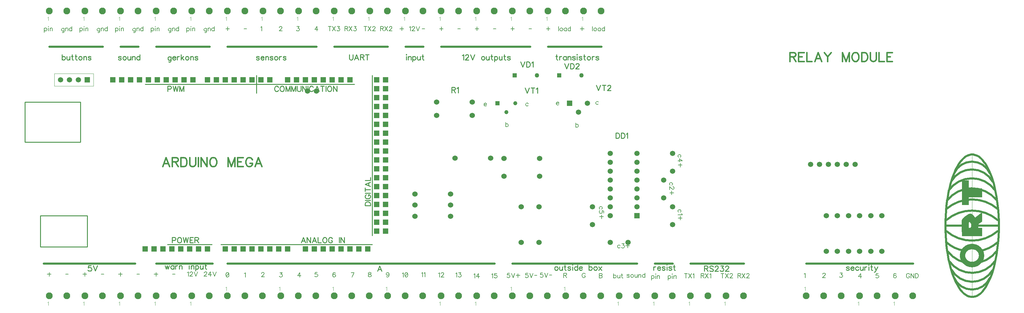
<source format=gbr>
G04 DipTrace 3.3.1.3*
G04 TopAssy.gbr*
%MOIN*%
G04 #@! TF.FileFunction,Drawing,Top*
G04 #@! TF.Part,Single*
%ADD10C,0.009843*%
%ADD14C,0.023622*%
%ADD15C,0.059055*%
%ADD16C,0.07874*%
%ADD17C,0.001312*%
%ADD28C,0.001969*%
G04 #@! TA.AperFunction,ComponentPad*
%ADD19C,0.076772*%
%ADD20R,0.059055X0.059055*%
%ADD21R,0.05X0.05*%
%ADD22C,0.05*%
%ADD23C,0.06*%
%ADD24C,0.06*%
%ADD25C,0.059055*%
%ADD26C,0.045997*%
%ADD27R,0.045997X0.045997*%
%ADD59C,0.00772*%
%ADD60C,0.009264*%
%ADD61C,0.015439*%
%ADD62C,0.004*%
%FSLAX26Y26*%
G04*
G70*
G90*
G75*
G01*
G04 TopAssy*
%LPD*%
D19*
X2613058Y3867979D3*
X2809908D3*
X3013058D3*
X3209908D3*
X3413058D3*
X3609908D3*
X6213058D3*
X6409908D3*
X613058Y667979D3*
X809908D3*
X6613058Y3867979D3*
X6809908D3*
X4613058D3*
X4809908D3*
X2437983Y1242919D2*
D10*
X1938183D1*
X2537858D2*
X4237858D1*
X963233Y2842909D2*
X338058D1*
Y2392879D1*
X963233D1*
X4237858Y3142999D2*
Y1342879D1*
X2938208Y3142999D2*
Y2943079D1*
Y3043039D2*
X1687858D1*
X4038108D2*
X2938208D1*
X963233Y2392879D2*
Y2842909D1*
X513158Y1217929D2*
Y1567999D1*
Y1217929D2*
X1038033D1*
X513158Y1567999D2*
X1038033D1*
Y1217929D1*
D20*
X4388058Y1392979D3*
Y1492979D3*
Y1592979D3*
Y1692979D3*
Y1792979D3*
Y1892979D3*
Y1992979D3*
Y2092979D3*
Y2192979D3*
Y2292979D3*
Y2392979D3*
Y2492979D3*
Y2592979D3*
Y2692979D3*
Y2792979D3*
Y2892979D3*
Y2992979D3*
X4288058Y3092979D3*
Y1392979D3*
Y1492979D3*
Y1592979D3*
Y1692979D3*
Y1792979D3*
Y1892979D3*
Y1992979D3*
Y2092979D3*
Y2192979D3*
Y2292979D3*
Y2392979D3*
Y2492979D3*
Y2592979D3*
Y2692979D3*
Y2792979D3*
Y2892979D3*
Y2992979D3*
X4388058Y3092979D3*
X2188058Y1192979D3*
X1988058D3*
X1888058D3*
X1788058D3*
X1688058D3*
X3088058D3*
X2988058D3*
X2888058D3*
X2788058D3*
X2688058D3*
X2588058D3*
X2226058Y3092979D3*
X2126058D3*
X2026058D3*
X1926058D3*
X1826058D3*
X1726058D3*
X1626058D3*
X1525058D3*
X1426058D3*
X1326058D3*
X3088058D3*
X2988058D3*
X2888058D3*
X2788058D3*
X2688058D3*
X2588058D3*
X2488058D3*
X2388058D3*
X3288058D3*
X3388058D3*
X3488058D3*
X3588058D3*
X3688058D3*
X3788058D3*
X3888058D3*
X3988058D3*
X3188058Y1192979D3*
X3288058D3*
X3488058D3*
X3588058D3*
X3688058D3*
X3788058D3*
X3888058D3*
X3988058D3*
X4088058D3*
X4188058D3*
X2088058D3*
X2388058D3*
X2288058D3*
D19*
X1013058Y3867979D3*
X1209908D3*
D21*
X5838058Y3142979D3*
D22*
X6088058D3*
D19*
X9113058Y667979D3*
X9309908D3*
X9506759D3*
X5013058Y3867979D3*
X5209908D3*
X5413058D3*
X5609908D3*
X5813058D3*
X6009908D3*
X1013058Y667979D3*
X1209908D3*
X1413058D3*
X1609908D3*
D23*
X5569307Y2211730D3*
D24*
X5169307D3*
D19*
X1413058Y3867979D3*
X1609908D3*
D23*
X5363058Y2842979D3*
D24*
X4963058D3*
D21*
X6338058Y3142979D3*
D22*
X6588058D3*
D19*
X7013058Y667979D3*
X7209908D3*
X5813058D3*
X6009908D3*
X6206759D3*
X6413058D3*
X6609908D3*
X6806759D3*
X7413058D3*
X7609908D3*
X7813058D3*
X8009908D3*
X8213058D3*
X8409908D3*
X2613058D3*
X2809908D3*
X3006759D3*
D20*
X7213058Y1567979D3*
D25*
Y1667979D3*
Y1767979D3*
Y1867979D3*
Y1967979D3*
Y2067979D3*
Y2167979D3*
Y2267979D3*
X6913058D3*
Y2167979D3*
Y2067979D3*
Y1967979D3*
Y1867979D3*
Y1767979D3*
Y1667979D3*
Y1567979D3*
D23*
X9463058Y1167979D3*
D24*
Y1567979D3*
D23*
X9338058Y1167979D3*
D24*
Y1567979D3*
D23*
X9588058Y1167979D3*
D24*
Y1567979D3*
D23*
X9713058Y1167979D3*
D24*
Y1567979D3*
D23*
X9838058Y1167979D3*
D24*
Y1567979D3*
D23*
X9963058Y1167979D3*
D24*
Y1567979D3*
D23*
X4963058Y2692979D3*
D24*
X5363058D3*
D23*
X4718701Y1811399D3*
D24*
X5118701D3*
D23*
X4718701Y1686399D3*
D24*
X5118701D3*
D23*
X4718701Y1561399D3*
D24*
X5118701D3*
D20*
X6456807Y2830479D3*
D25*
X6556807Y2730479D3*
D15*
X6656807Y2830479D3*
X7613058Y1467979D3*
Y1667979D3*
X7513058Y1967979D3*
Y1767979D3*
X7613058Y2067979D3*
Y2267979D3*
X6713058Y1467979D3*
Y1667979D3*
X6913058Y1267979D3*
X7113058D3*
X3513058Y2967979D3*
X3613058D3*
D23*
X5913058Y1267979D3*
D24*
Y1667979D3*
D23*
X6113058Y1267979D3*
D24*
Y1667979D3*
D15*
X9663058Y2142979D3*
X9163058D3*
X9563058D3*
X9463058D3*
X9363058D3*
X9263058D3*
D19*
X613058Y3867979D3*
X809908D3*
X1813058D3*
X2009908D3*
X2213058D3*
X2409908D3*
X3813058D3*
X4009908D3*
X4213058D3*
X4409908D3*
X9713058Y667979D3*
X9909908D3*
X10113058D3*
X10309908D3*
X3213058D3*
X3409908D3*
X3606759D3*
X3813058D3*
X4009908D3*
X4206759D3*
X4413058D3*
X4609908D3*
X4806759D3*
X5013058D3*
X5209908D3*
X5413058D3*
X5609908D3*
D26*
X5844307Y2830479D3*
D27*
X5644307D3*
D26*
X5744307Y2730479D3*
X1107743Y3161877D2*
D28*
X668766D1*
X1107743Y3024081D2*
X668766D1*
X1107743Y3161877D2*
Y3024081D1*
X668766Y3161877D2*
Y3024081D1*
D20*
X1038845Y3092979D3*
D25*
X938845D3*
X838845D3*
X738845D3*
D19*
X1813058Y667979D3*
X2009908D3*
X2213058D3*
X2409908D3*
D23*
X5718701Y2211399D3*
D24*
X6118701D3*
D23*
X5718701Y2011399D3*
D24*
X6118701D3*
X10675584Y1455479D2*
D14*
X10676315Y1511284D1*
X10678503Y1566817D1*
X10682139Y1621808D1*
X10687205Y1675989D1*
X10693675Y1729095D1*
X10701519Y1780868D1*
X10710698Y1831056D1*
X10721167Y1879414D1*
X10732876Y1925707D1*
X10745767Y1969709D1*
X10759778Y2011206D1*
X10774840Y2049995D1*
X10790880Y2085888D1*
X10807820Y2118709D1*
X10825577Y2148299D1*
X10844065Y2174514D1*
X10863193Y2197226D1*
X10882869Y2216324D1*
X10902997Y2231716D1*
X10923478Y2243325D1*
X10944213Y2251097D1*
X10965101Y2254992D1*
X10986040D1*
X11006927Y2251097D1*
X11027662Y2243325D1*
X11048143Y2231716D1*
X11068271Y2216324D1*
X11087947Y2197226D1*
X11107076Y2174514D1*
X11125563Y2148299D1*
X11143320Y2118709D1*
X11160260Y2085888D1*
X11176300Y2049995D1*
X11191362Y2011206D1*
X11205373Y1969709D1*
X11218264Y1925707D1*
X11229973Y1879414D1*
X11240442Y1831056D1*
X11249621Y1780868D1*
X11257465Y1729095D1*
X11263935Y1675989D1*
X11269001Y1621808D1*
X11272637Y1566817D1*
X11274826Y1511284D1*
X11275556Y1455479D1*
X11274826Y1399674D1*
X11272637Y1344141D1*
X11269001Y1289150D1*
X11263935Y1234969D1*
X11257465Y1181863D1*
X11249621Y1130090D1*
X11240442Y1079902D1*
X11229973Y1031544D1*
X11218264Y985251D1*
X11205373Y941249D1*
X11191362Y899752D1*
X11176300Y860963D1*
X11160260Y825070D1*
X11143320Y792249D1*
X11125563Y762659D1*
X11107076Y736444D1*
X11087947Y713732D1*
X11068271Y694634D1*
X11048143Y679242D1*
X11027662Y667633D1*
X11006927Y659861D1*
X10986040Y655966D1*
X10965101D1*
X10944213Y659861D1*
X10923478Y667633D1*
X10902997Y679242D1*
X10882869Y694634D1*
X10863193Y713732D1*
X10844065Y736444D1*
X10825577Y762659D1*
X10807820Y792249D1*
X10790880Y825070D1*
X10774840Y860963D1*
X10759778Y899752D1*
X10745767Y941249D1*
X10732876Y985251D1*
X10721167Y1031544D1*
X10710698Y1079902D1*
X10701519Y1130090D1*
X10693675Y1181863D1*
X10687205Y1234969D1*
X10682139Y1289150D1*
X10678503Y1344141D1*
X10676315Y1399674D1*
X10675584Y1455479D1*
X11175556Y867894D2*
G02X10775556Y867894I-200000J86755D01*
G01*
X11275556Y1455394D2*
X11006807D1*
X11206807Y955394D2*
G02X10744307Y961643I-229469J134955D01*
G01*
X11238056Y1061643D2*
G02X10719307Y1055394I-261582J180065D01*
G01*
X10869307Y1118432D2*
D15*
X10869566Y1125446D1*
X10870341Y1132425D1*
X10871629Y1139336D1*
X10873423Y1146145D1*
X10875715Y1152819D1*
X10878493Y1159325D1*
X10881744Y1165632D1*
X10885452Y1171710D1*
X10889599Y1177528D1*
X10894165Y1183057D1*
X10899127Y1188272D1*
X10904462Y1193147D1*
X10910143Y1197658D1*
X10916143Y1201783D1*
X10922432Y1205501D1*
X10928980Y1208796D1*
X10935755Y1211650D1*
X10942724Y1214050D1*
X10949852Y1215985D1*
X10957106Y1217444D1*
X10964450Y1218420D1*
X10971848Y1218910D1*
X10979264D1*
X10986663Y1218420D1*
X10994006Y1217444D1*
X11001260Y1215985D1*
X11008389Y1214050D1*
X11015358Y1211650D1*
X11022133Y1208796D1*
X11028681Y1205501D1*
X11034970Y1201783D1*
X11040970Y1197658D1*
X11046651Y1193147D1*
X11051986Y1188272D1*
X11056948Y1183057D1*
X11061514Y1177528D1*
X11065661Y1171710D1*
X11069369Y1165632D1*
X11072620Y1159325D1*
X11075398Y1152819D1*
X11077690Y1146145D1*
X11079484Y1139336D1*
X11080772Y1132425D1*
X11081547Y1125446D1*
X11081806Y1118432D1*
X11081547Y1111419D1*
X11080772Y1104440D1*
X11079484Y1097529D1*
X11077690Y1090720D1*
X11075398Y1084046D1*
X11072620Y1077540D1*
X11069369Y1071232D1*
X11065661Y1065155D1*
X11061514Y1059337D1*
X11056948Y1053807D1*
X11051986Y1048592D1*
X11046651Y1043718D1*
X11040970Y1039207D1*
X11034970Y1035082D1*
X11028681Y1031363D1*
X11022133Y1028069D1*
X11015358Y1025215D1*
X11008389Y1022814D1*
X11001260Y1020880D1*
X10994006Y1019421D1*
X10986663Y1018444D1*
X10979264Y1017955D1*
X10971848D1*
X10964450Y1018444D1*
X10957106Y1019421D1*
X10949852Y1020880D1*
X10942724Y1022814D1*
X10935755Y1025215D1*
X10928980Y1028069D1*
X10922432Y1031363D1*
X10916143Y1035082D1*
X10910143Y1039207D1*
X10904462Y1043718D1*
X10899127Y1048592D1*
X10894165Y1053807D1*
X10889599Y1059337D1*
X10885452Y1065155D1*
X10881744Y1071232D1*
X10878493Y1077540D1*
X10875715Y1084046D1*
X10873423Y1090720D1*
X10871629Y1097529D1*
X10870341Y1104440D1*
X10869566Y1111419D1*
X10869307Y1118432D1*
G36*
X10863085Y1431503D2*
X11088085D1*
Y1336728D1*
X10863085D1*
Y1431503D1*
G37*
G36*
X10863084Y1874230D2*
X11088084D1*
Y1774143D1*
X10863084D1*
Y1874230D1*
G37*
G36*
Y1961728D2*
X10938084D1*
Y1686728D1*
X10863084D1*
Y1961728D1*
G37*
X10900556Y1449143D2*
D16*
X10900450Y1393999D1*
X10900556Y1505394D1*
X10925453Y1531513D1*
X10956706Y1550265D1*
X11013056Y1480394D1*
X11006807Y1461643D1*
Y1424143D1*
X10994210Y1412751D1*
X11006711D1*
G36*
X11031713Y1462756D2*
X11087969Y1500260D1*
Y1606521D1*
X11000459Y1537764D1*
X11006711D1*
X11031713Y1462756D1*
G37*
X10975556Y655394D2*
D17*
Y2249143D1*
X11256807Y1174143D2*
D14*
G02X10700556Y1167894I-280426J201650D01*
G01*
X11263056Y1392894D2*
G02X10688056Y1392894I-287500J335843D01*
G01*
X3613058Y3467979D2*
X2613058D1*
X10775556Y2042894D2*
G02X11175556Y2042894I200000J-86757D01*
G01*
X10744306Y1955392D2*
G02X11206806Y1949144I229469J-134953D01*
G01*
X10713056Y1849143D2*
G02X11231806Y1855394I261582J-180063D01*
G01*
X10694306Y1736644D2*
G02X11250556Y1742894I280605J-217576D01*
G01*
X10688056Y1517894D2*
G02X11263056Y1517894I287500J-335843D01*
G01*
X10688056Y1642892D2*
G02X11263056Y1642892I287500J-335837D01*
G01*
X10919307Y1455394D2*
X10675558D1*
X11263056Y1267894D2*
G02X11050556Y1167894I-274868J308314D01*
G01*
X10888056Y1174143D2*
G02X10688056Y1267894I50500J367940D01*
G01*
X4413058Y3467979D2*
X3813058D1*
X6213058D2*
X6813058D1*
X6013058D2*
X5013058D1*
X4813058D2*
X4613058D1*
X2413058D2*
X1813058D1*
X613058D2*
X1213058D1*
X1413058D2*
X1613058D1*
X550558Y1030479D2*
X1575558D1*
X1813058D2*
X2444307D1*
X2613058D2*
X5613058D1*
X5813058D2*
X7213058D1*
X7413058D2*
X7613058D1*
X7813058D2*
X8413058D1*
X9113058D2*
X10313058D1*
X7699591Y1605341D2*
D59*
X7704400Y1610149D1*
X7706776Y1614958D1*
Y1622088D1*
X7704400Y1626896D1*
X7699591Y1631649D1*
X7692406Y1634081D1*
X7687653D1*
X7680468Y1631649D1*
X7675715Y1626896D1*
X7673283Y1622088D1*
Y1614958D1*
X7675715Y1610149D1*
X7680468Y1605341D1*
X7713906Y1589902D2*
X7716338Y1585093D1*
X7723468Y1577908D1*
X7673283D1*
X7719903Y1540969D2*
X7676848D1*
X7698348Y1562469D2*
Y1519414D1*
X7604092Y1909841D2*
X7608901Y1914649D1*
X7611278Y1919458D1*
Y1926588D1*
X7608901Y1931396D1*
X7604093Y1936149D1*
X7596908Y1938581D1*
X7592154D1*
X7584969Y1936149D1*
X7580216Y1931396D1*
X7577784Y1926588D1*
Y1919458D1*
X7580216Y1914649D1*
X7584969Y1909841D1*
X7616031Y1891970D2*
X7618407D1*
X7623216Y1889593D1*
X7625592Y1887217D1*
X7627969Y1882408D1*
Y1872847D1*
X7625592Y1868093D1*
X7623216Y1865717D1*
X7618407Y1863285D1*
X7613654D1*
X7608846Y1865717D1*
X7601716Y1870470D1*
X7577784Y1894402D1*
Y1860908D1*
X7624404Y1823969D2*
X7581349D1*
X7602849Y1845469D2*
Y1802414D1*
X7699029Y2223529D2*
X7703838Y2228337D1*
X7706215Y2233145D1*
Y2240275D1*
X7703838Y2245084D1*
X7699030Y2249837D1*
X7691845Y2252269D1*
X7687091D1*
X7679906Y2249837D1*
X7675153Y2245084D1*
X7672721Y2240275D1*
Y2233145D1*
X7675153Y2228337D1*
X7679906Y2223529D1*
X7672721Y2184158D2*
X7722906D1*
X7689468Y2208089D1*
Y2172219D1*
X7719341Y2135280D2*
X7676286D1*
X7697786Y2156780D2*
Y2113725D1*
X7023047Y1230948D2*
X7018239Y1235757D1*
X7013431Y1238133D1*
X7006301D1*
X7001492Y1235757D1*
X6996739Y1230948D1*
X6994307Y1223763D1*
Y1219010D1*
X6996739Y1211825D1*
X7001492Y1207072D1*
X7006301Y1204640D1*
X7013431D1*
X7018239Y1207072D1*
X7023047Y1211825D1*
X7043295Y1254825D2*
X7069548D1*
X7055233Y1235701D1*
X7062418D1*
X7067172Y1233325D1*
X7069548Y1230948D1*
X7071980Y1223763D1*
Y1219010D1*
X7069548Y1211825D1*
X7064795Y1207016D1*
X7057610Y1204640D1*
X7050425D1*
X7043295Y1207016D1*
X7040919Y1209448D1*
X7038487Y1214202D1*
X7108919Y1251260D2*
Y1208205D1*
X7087419Y1229705D2*
X7130474D1*
X6816591Y1641092D2*
X6821400Y1645900D1*
X6823776Y1650708D1*
Y1657838D1*
X6821400Y1662647D1*
X6816591Y1667400D1*
X6809406Y1669832D1*
X6804653D1*
X6797468Y1667400D1*
X6792715Y1662647D1*
X6790283Y1657838D1*
Y1650708D1*
X6792715Y1645900D1*
X6797468Y1641092D1*
X6840468Y1596967D2*
Y1620844D1*
X6818968Y1623220D1*
X6821344Y1620844D1*
X6823776Y1613659D1*
Y1606529D1*
X6821344Y1599344D1*
X6816591Y1594536D1*
X6809406Y1592159D1*
X6804653D1*
X6797468Y1594536D1*
X6792659Y1599344D1*
X6790283Y1606529D1*
Y1613659D1*
X6792659Y1620844D1*
X6795091Y1623220D1*
X6799844Y1625652D1*
X6836903Y1555220D2*
X6793848D1*
X6815348Y1576720D2*
Y1533665D1*
X1081892Y1005281D2*
D60*
X1053240D1*
X1050389Y979482D1*
X1053240Y982333D1*
X1061863Y985252D1*
X1070418D1*
X1079040Y982333D1*
X1084810Y976630D1*
X1087662Y968008D1*
Y962304D1*
X1084810Y953682D1*
X1079040Y947912D1*
X1070418Y945060D1*
X1061863D1*
X1053240Y947912D1*
X1050389Y950830D1*
X1047470Y956534D1*
X1106189Y1005348D2*
X1129137Y945060D1*
X1152085Y1005348D1*
X611948Y930119D2*
D59*
Y887064D1*
X590448Y908564D2*
X633503D1*
X796698Y908592D2*
X824333D1*
X1011948Y930119D2*
Y887064D1*
X990448Y908564D2*
X1033503D1*
X1196698Y908592D2*
X1224333D1*
X1811948Y930119D2*
Y887064D1*
X1790448Y908564D2*
X1833503D1*
X1996698Y908592D2*
X2024333D1*
X1411948Y930119D2*
Y887064D1*
X1390448Y908564D2*
X1433503D1*
X1596698Y908592D2*
X1624333D1*
X2163058Y926514D2*
X2167866Y928946D1*
X2175051Y936075D1*
Y885891D1*
X2192923Y924137D2*
Y926514D1*
X2195299Y931322D1*
X2197676Y933699D1*
X2202484Y936075D1*
X2212046D1*
X2216799Y933699D1*
X2219176Y931322D1*
X2221607Y926514D1*
Y921760D1*
X2219176Y916952D1*
X2214422Y909822D1*
X2190491Y885891D1*
X2223984D1*
X2239423Y936131D2*
X2258547Y885891D1*
X2277670Y936131D1*
X2611068Y927434D2*
X2603883Y925057D1*
X2599075Y917872D1*
X2596698Y905934D1*
Y898749D1*
X2599075Y886810D1*
X2603883Y879625D1*
X2611068Y877249D1*
X2615822D1*
X2623007Y879625D1*
X2627760Y886810D1*
X2630192Y898749D1*
Y905934D1*
X2627760Y917872D1*
X2623007Y925057D1*
X2615822Y927434D1*
X2611068D1*
X2627760Y917872D2*
X2599075Y886810D1*
X2802949Y917872D2*
X2807757Y920304D1*
X2814943Y927434D1*
Y877249D1*
X2996740Y917886D2*
Y920263D1*
X2999117Y925071D1*
X3001494Y927448D1*
X3006302Y929825D1*
X3015864D1*
X3020617Y927448D1*
X3022994Y925071D1*
X3025425Y920263D1*
Y915510D1*
X3022994Y910701D1*
X3018240Y903572D1*
X2994309Y879640D1*
X3027802D1*
X3201507Y927434D2*
X3227760D1*
X3213445Y908310D1*
X3220630D1*
X3225383Y905934D1*
X3227760Y903557D1*
X3230192Y896372D1*
Y891619D1*
X3227760Y884434D1*
X3223007Y879625D1*
X3215822Y877249D1*
X3208637D1*
X3201507Y879625D1*
X3199130Y882057D1*
X3196698Y886810D1*
X3426881Y877249D2*
Y927434D1*
X3402949Y893995D1*
X3438819D1*
X3622994Y929825D2*
X3599117D1*
X3596740Y908325D1*
X3599117Y910701D1*
X3606302Y913133D1*
X3613432D1*
X3620617Y910701D1*
X3625425Y905948D1*
X3627802Y898763D1*
Y894010D1*
X3625425Y886825D1*
X3620617Y882016D1*
X3613432Y879640D1*
X3606302D1*
X3599117Y882016D1*
X3596740Y884448D1*
X3594309Y889202D1*
X3825383Y920304D2*
X3823007Y925057D1*
X3815822Y927434D1*
X3811068D1*
X3803883Y925057D1*
X3799075Y917872D1*
X3796698Y905934D1*
Y893995D1*
X3799075Y884434D1*
X3803883Y879625D1*
X3811068Y877249D1*
X3813445D1*
X3820575Y879625D1*
X3825383Y884434D1*
X3827760Y891619D1*
Y893995D1*
X3825383Y901181D1*
X3820575Y905934D1*
X3813445Y908310D1*
X3811068D1*
X3803883Y905934D1*
X3799075Y901181D1*
X3796698Y893995D1*
X4012511Y877249D2*
X4036442Y927434D1*
X4002949D1*
X4206247Y929825D2*
X4199117Y927448D1*
X4196685Y922695D1*
Y917886D1*
X4199117Y913133D1*
X4203870Y910701D1*
X4213432Y908325D1*
X4220617Y905948D1*
X4225370Y901140D1*
X4227747Y896387D1*
Y889202D1*
X4225370Y884448D1*
X4222994Y882016D1*
X4215808Y879640D1*
X4206247D1*
X4199117Y882016D1*
X4196685Y884448D1*
X4194309Y889202D1*
Y896387D1*
X4196685Y901140D1*
X4201494Y905948D1*
X4208623Y908325D1*
X4218185Y910701D1*
X4222994Y913133D1*
X4225370Y917886D1*
Y922695D1*
X4222994Y927448D1*
X4215808Y929825D1*
X4206247D1*
X4427815Y910742D2*
X4425383Y903557D1*
X4420630Y898749D1*
X4413445Y896372D1*
X4411068D1*
X4403883Y898749D1*
X4399130Y903557D1*
X4396698Y910742D1*
Y913119D1*
X4399130Y920304D1*
X4403883Y925057D1*
X4411068Y927434D1*
X4413445D1*
X4420630Y925057D1*
X4425383Y920304D1*
X4427815Y910742D1*
Y898749D1*
X4425383Y886810D1*
X4420630Y879625D1*
X4413445Y877249D1*
X4408692D1*
X4401507Y879625D1*
X4399130Y884434D1*
X4577949Y917872D2*
X4582757Y920304D1*
X4589943Y927434D1*
Y877249D1*
X4619752Y927434D2*
X4612567Y925057D1*
X4607758Y917872D1*
X4605382Y905934D1*
Y898749D1*
X4607758Y886810D1*
X4612567Y879625D1*
X4619752Y877249D1*
X4624505D1*
X4631690Y879625D1*
X4636443Y886810D1*
X4638875Y898749D1*
Y905934D1*
X4636443Y917872D1*
X4631690Y925057D1*
X4624505Y927434D1*
X4619752D1*
X4636443Y917872D2*
X4607758Y886810D1*
X4794309Y920263D2*
X4799117Y922695D1*
X4806302Y929825D1*
Y879640D1*
X4821741Y920263D2*
X4826550Y922695D1*
X4833735Y929825D1*
Y879640D1*
X4984198Y917872D2*
X4989007Y920304D1*
X4996192Y927434D1*
Y877249D1*
X5014063Y915495D2*
Y917872D1*
X5016440Y922680D1*
X5018816Y925057D1*
X5023625Y927434D1*
X5033186D1*
X5037939Y925057D1*
X5040316Y922680D1*
X5042748Y917872D1*
Y913119D1*
X5040316Y908310D1*
X5035563Y901181D1*
X5011631Y877249D1*
X5045124D1*
X5177949Y917872D2*
X5182757Y920304D1*
X5189943Y927434D1*
Y877249D1*
X5210190Y927434D2*
X5236443D1*
X5222128Y908310D1*
X5229313D1*
X5234067Y905934D1*
X5236443Y903557D1*
X5238875Y896372D1*
Y891619D1*
X5236443Y884434D1*
X5231690Y879625D1*
X5224505Y877249D1*
X5217320D1*
X5210190Y879625D1*
X5207814Y882057D1*
X5205382Y886810D1*
X5381809Y907763D2*
X5386617Y910195D1*
X5393802Y917325D1*
Y867140D1*
X5433173D2*
Y917325D1*
X5409241Y883887D1*
X5445111D1*
X5581809Y907763D2*
X5586617Y910195D1*
X5593802Y917325D1*
Y867140D1*
X5637926Y917325D2*
X5614050D1*
X5611673Y895825D1*
X5614050Y898201D1*
X5621235Y900633D1*
X5628365D1*
X5635550Y898201D1*
X5640358Y893448D1*
X5642735Y886263D1*
Y881510D1*
X5640358Y874325D1*
X5635550Y869516D1*
X5628365Y867140D1*
X5621235D1*
X5614050Y869516D1*
X5611673Y871948D1*
X5609241Y876702D1*
X4346520Y941972D2*
D60*
X4323506Y1002260D1*
X4300558Y941972D1*
X4309180Y962068D2*
X4337898D1*
X1913058Y1007164D2*
X1924532Y966972D1*
X1936006Y1007164D1*
X1947480Y966972D1*
X1958954Y1007164D1*
X2011903D2*
Y966972D1*
Y998542D2*
X2006199Y1004312D1*
X2000429Y1007164D1*
X1991873D1*
X1986103Y1004312D1*
X1980399Y998542D1*
X1977481Y989920D1*
Y984216D1*
X1980399Y975594D1*
X1986103Y969890D1*
X1991873Y966972D1*
X2000429D1*
X2006199Y969890D1*
X2011903Y975594D1*
X2030430Y1007164D2*
Y966972D1*
Y989920D2*
X2033348Y998542D1*
X2039052Y1004312D1*
X2044822Y1007164D1*
X2053444D1*
X2071971D2*
Y966972D1*
Y995690D2*
X2080594Y1004312D1*
X2086364Y1007164D1*
X2094919D1*
X2100690Y1004312D1*
X2103541Y995690D1*
Y966972D1*
X2180390Y1027260D2*
X2183242Y1024408D1*
X2186160Y1027260D1*
X2183242Y1030178D1*
X2180390Y1027260D1*
X2183242Y1007164D2*
Y966972D1*
X2204687Y1007164D2*
Y966972D1*
Y995690D2*
X2213309Y1004312D1*
X2219079Y1007164D1*
X2227635D1*
X2233405Y1004312D1*
X2236257Y995690D1*
Y966972D1*
X2254784Y1007164D2*
Y946876D1*
Y998542D2*
X2260554Y1004246D1*
X2266258Y1007164D1*
X2274880D1*
X2280650Y1004246D1*
X2286354Y998542D1*
X2289272Y989920D1*
Y984150D1*
X2286354Y975594D1*
X2280650Y969824D1*
X2274880Y966972D1*
X2266258D1*
X2260554Y969824D1*
X2254784Y975594D1*
X2307799Y1007164D2*
Y978446D1*
X2310651Y969890D1*
X2316421Y966972D1*
X2325043D1*
X2330747Y969890D1*
X2339369Y978446D1*
Y1007164D2*
Y966972D1*
X2366518Y1027260D2*
Y978446D1*
X2369370Y969890D1*
X2375140Y966972D1*
X2380844D1*
X2357896Y1007164D2*
X2377992D1*
X6302384Y994664D2*
X6296680Y991812D1*
X6290910Y986042D1*
X6288058Y977420D1*
Y971716D1*
X6290910Y963094D1*
X6296680Y957390D1*
X6302384Y954472D1*
X6311006D1*
X6316776Y957390D1*
X6322480Y963094D1*
X6325398Y971716D1*
Y977420D1*
X6322480Y986042D1*
X6316776Y991812D1*
X6311006Y994664D1*
X6302384D1*
X6343925D2*
Y965946D1*
X6346777Y957390D1*
X6352548Y954472D1*
X6361170D1*
X6366873Y957390D1*
X6375495Y965946D1*
Y994664D2*
Y954472D1*
X6402645Y1014760D2*
Y965946D1*
X6405496Y957390D1*
X6411267Y954472D1*
X6416970D1*
X6394023Y994664D2*
X6414119D1*
X6467067Y986042D2*
X6464216Y991812D1*
X6455594Y994664D1*
X6446971D1*
X6438349Y991812D1*
X6435498Y986042D1*
X6438349Y980338D1*
X6444120Y977420D1*
X6458445Y974568D1*
X6464216Y971716D1*
X6467067Y965946D1*
Y963094D1*
X6464216Y957390D1*
X6455594Y954472D1*
X6446971D1*
X6438349Y957390D1*
X6435498Y963094D1*
X6485595Y1014760D2*
X6488446Y1011908D1*
X6491365Y1014760D1*
X6488446Y1017678D1*
X6485595Y1014760D1*
X6488446Y994664D2*
Y954472D1*
X6544314Y1014760D2*
Y954472D1*
Y986042D2*
X6538610Y991812D1*
X6532840Y994664D1*
X6524218D1*
X6518514Y991812D1*
X6512744Y986042D1*
X6509892Y977420D1*
Y971716D1*
X6512744Y963094D1*
X6518514Y957390D1*
X6524218Y954472D1*
X6532840D1*
X6538610Y957390D1*
X6544314Y963094D1*
X6562841Y977420D2*
X6597263D1*
Y983190D1*
X6594411Y988960D1*
X6591559Y991812D1*
X6585789Y994664D1*
X6577167D1*
X6571463Y991812D1*
X6565693Y986042D1*
X6562841Y977420D1*
Y971716D1*
X6565693Y963094D1*
X6571463Y957390D1*
X6577167Y954472D1*
X6585789D1*
X6591559Y957390D1*
X6597263Y963094D1*
X6674111Y1014760D2*
Y954472D1*
Y986042D2*
X6679881Y991812D1*
X6685585Y994664D1*
X6694207D1*
X6699911Y991812D1*
X6705681Y986042D1*
X6708533Y977420D1*
Y971716D1*
X6705681Y963094D1*
X6699911Y957390D1*
X6694207Y954472D1*
X6685585D1*
X6679881Y957390D1*
X6674111Y963094D1*
X6741386Y994664D2*
X6735682Y991812D1*
X6729912Y986042D1*
X6727060Y977420D1*
Y971716D1*
X6729912Y963094D1*
X6735682Y957390D1*
X6741386Y954472D1*
X6750008D1*
X6755778Y957390D1*
X6761482Y963094D1*
X6764400Y971716D1*
Y977420D1*
X6761482Y986042D1*
X6755778Y991812D1*
X6750008Y994664D1*
X6741386D1*
X6782927D2*
X6814497Y954472D1*
Y994664D2*
X6782927Y954472D1*
X7400558Y994664D2*
Y954472D1*
Y977420D2*
X7403477Y986042D1*
X7409180Y991812D1*
X7414950Y994664D1*
X7423573D1*
X7442100Y977420D2*
X7476521D1*
Y983190D1*
X7473670Y988960D1*
X7470818Y991812D1*
X7465048Y994664D1*
X7456425D1*
X7450722Y991812D1*
X7444952Y986042D1*
X7442100Y977420D1*
Y971716D1*
X7444952Y963094D1*
X7450722Y957390D1*
X7456425Y954472D1*
X7465048D1*
X7470818Y957390D1*
X7476521Y963094D1*
X7526619Y986042D2*
X7523767Y991812D1*
X7515145Y994664D1*
X7506523D1*
X7497900Y991812D1*
X7495049Y986042D1*
X7497900Y980338D1*
X7503671Y977420D1*
X7517996Y974568D1*
X7523767Y971716D1*
X7526619Y965946D1*
Y963094D1*
X7523767Y957390D1*
X7515145Y954472D1*
X7506523D1*
X7497900Y957390D1*
X7495049Y963094D1*
X7545146Y1014760D2*
X7547998Y1011908D1*
X7550916Y1014760D1*
X7547998Y1017678D1*
X7545146Y1014760D1*
X7547998Y994664D2*
Y954472D1*
X7601013Y986042D2*
X7598161Y991812D1*
X7589539Y994664D1*
X7580917D1*
X7572295Y991812D1*
X7569443Y986042D1*
X7572295Y980338D1*
X7578065Y977420D1*
X7592391Y974568D1*
X7598161Y971716D1*
X7601013Y965946D1*
Y963094D1*
X7598161Y957390D1*
X7589539Y954472D1*
X7580917D1*
X7572295Y957390D1*
X7569443Y963094D1*
X7628162Y1014760D2*
Y965946D1*
X7631014Y957390D1*
X7636784Y954472D1*
X7642488D1*
X7619540Y994664D2*
X7639636D1*
X7969308Y973542D2*
X7995107D1*
X8003729Y976460D1*
X8006648Y979312D1*
X8009500Y985016D1*
Y990786D1*
X8006648Y996490D1*
X8003729Y999408D1*
X7995107Y1002260D1*
X7969308D1*
Y941972D1*
X7989404Y973542D2*
X8009500Y941972D1*
X8068219Y993638D2*
X8062515Y999408D1*
X8053893Y1002260D1*
X8042419D1*
X8033797Y999408D1*
X8028027Y993638D1*
Y987934D1*
X8030945Y982164D1*
X8033797Y979312D1*
X8039501Y976460D1*
X8056745Y970690D1*
X8062515Y967838D1*
X8065367Y964920D1*
X8068219Y959216D1*
Y950594D1*
X8062515Y944890D1*
X8053893Y941972D1*
X8042419D1*
X8033797Y944890D1*
X8028027Y950594D1*
X8089664Y987868D2*
Y990720D1*
X8092516Y996490D1*
X8095368Y999342D1*
X8101138Y1002193D1*
X8112612D1*
X8118316Y999342D1*
X8121168Y996490D1*
X8124086Y990720D1*
Y985016D1*
X8121168Y979246D1*
X8115464Y970690D1*
X8086746Y941972D1*
X8126938D1*
X8151235Y1002193D2*
X8182739D1*
X8165561Y979246D1*
X8174183D1*
X8179887Y976394D1*
X8182739Y973542D1*
X8185657Y964920D1*
Y959216D1*
X8182739Y950594D1*
X8177035Y944824D1*
X8168413Y941972D1*
X8159791D1*
X8151235Y944824D1*
X8148383Y947742D1*
X8145465Y953446D1*
X8207102Y987868D2*
Y990720D1*
X8209954Y996490D1*
X8212806Y999342D1*
X8218576Y1002193D1*
X8230050D1*
X8235754Y999342D1*
X8238606Y996490D1*
X8241524Y990720D1*
Y985016D1*
X8238606Y979246D1*
X8232902Y970690D1*
X8204184Y941972D1*
X8244376D1*
X5781633Y921184D2*
D59*
X5757756D1*
X5755380Y899684D1*
X5757756Y902061D1*
X5764941Y904493D1*
X5772071D1*
X5779256Y902061D1*
X5784064Y897308D1*
X5786441Y890123D1*
Y885370D1*
X5784064Y878185D1*
X5779256Y873376D1*
X5772071Y870999D1*
X5764941D1*
X5757756Y873376D1*
X5755380Y875808D1*
X5752948Y880561D1*
X5801880Y921239D2*
X5821004Y870999D1*
X5840127Y921239D1*
X5877066Y917619D2*
Y874564D1*
X5855566Y896064D2*
X5898621D1*
X5987883Y921184D2*
X5964007D1*
X5961630Y899684D1*
X5964007Y902061D1*
X5971192Y904493D1*
X5978322D1*
X5985507Y902061D1*
X5990315Y897308D1*
X5992692Y890123D1*
Y885370D1*
X5990315Y878185D1*
X5985507Y873376D1*
X5978322Y870999D1*
X5971192D1*
X5964007Y873376D1*
X5961630Y875808D1*
X5959198Y880561D1*
X6008131Y921239D2*
X6027254Y870999D1*
X6046377Y921239D1*
X6061817Y896092D2*
X6089452D1*
X6154243Y923575D2*
X6130366D1*
X6127990Y902075D1*
X6130366Y904452D1*
X6137551Y906884D1*
X6144681D1*
X6151866Y904452D1*
X6156675Y899699D1*
X6159051Y892514D1*
Y887761D1*
X6156675Y880576D1*
X6151866Y875767D1*
X6144681Y873391D1*
X6137551D1*
X6130366Y875767D1*
X6127990Y878199D1*
X6125558Y882952D1*
X6174491Y923631D2*
X6193614Y873391D1*
X6212737Y923631D1*
X6228176Y898483D2*
X6255811D1*
X6390448Y897308D2*
X6411948D1*
X6419133Y899740D1*
X6421564Y902116D1*
X6423941Y906869D1*
Y911678D1*
X6421564Y916431D1*
X6419133Y918863D1*
X6411948Y921239D1*
X6390448D1*
Y870999D1*
X6407194Y897308D2*
X6423941Y870999D1*
X6632568Y909301D2*
X6630192Y914054D1*
X6625383Y918863D1*
X6620630Y921239D1*
X6611068D1*
X6606260Y918863D1*
X6601507Y914054D1*
X6599075Y909301D1*
X6596698Y902116D1*
Y890123D1*
X6599075Y882993D1*
X6601507Y878185D1*
X6606260Y873431D1*
X6611068Y870999D1*
X6620630D1*
X6625383Y873431D1*
X6630192Y878185D1*
X6632568Y882993D1*
Y890123D1*
X6620630D1*
X6788058Y917380D2*
Y867140D1*
X6809613D1*
X6816798Y869572D1*
X6819175Y871948D1*
X6821551Y876702D1*
Y883887D1*
X6819175Y888695D1*
X6816798Y891072D1*
X6809613Y893448D1*
X6816798Y895880D1*
X6819175Y898257D1*
X6821551Y903010D1*
Y907818D1*
X6819175Y912571D1*
X6816798Y915003D1*
X6809613Y917380D1*
X6788058D1*
Y893448D2*
X6809613D1*
X6950558Y917380D2*
Y867140D1*
Y893448D2*
X6955366Y898257D1*
X6960120Y900633D1*
X6967305D1*
X6972058Y898257D1*
X6976866Y893448D1*
X6979243Y886263D1*
Y881510D1*
X6976866Y874325D1*
X6972058Y869572D1*
X6967305Y867140D1*
X6960120D1*
X6955366Y869572D1*
X6950558Y874325D1*
X6994682Y900633D2*
Y876702D1*
X6997059Y869572D1*
X7001867Y867140D1*
X7009052D1*
X7013805Y869572D1*
X7020990Y876702D1*
Y900633D2*
Y867140D1*
X7043615Y917380D2*
Y876702D1*
X7045991Y869572D1*
X7050800Y867140D1*
X7055553D1*
X7036430Y900633D2*
X7053176D1*
X7375558Y894384D2*
Y844144D1*
Y887199D2*
X7380366Y891952D1*
X7385120Y894384D1*
X7392305D1*
X7397113Y891952D1*
X7401866Y887199D1*
X7404298Y880014D1*
Y875205D1*
X7401866Y868076D1*
X7397113Y863267D1*
X7392305Y860891D1*
X7385120D1*
X7380366Y863267D1*
X7375558Y868076D1*
X7419737Y911131D2*
X7422114Y908754D1*
X7424546Y911131D1*
X7422114Y913562D1*
X7419737Y911131D1*
X7422114Y894384D2*
Y860891D1*
X7439985Y894384D2*
Y860891D1*
Y884822D2*
X7447170Y892007D1*
X7451979Y894384D1*
X7459108D1*
X7463917Y892007D1*
X7466293Y884822D1*
Y860891D1*
X7126866Y899699D2*
X7124490Y904507D1*
X7117305Y906884D1*
X7110120D1*
X7102935Y904507D1*
X7100558Y899699D1*
X7102935Y894946D1*
X7107743Y892514D1*
X7119681Y890137D1*
X7124490Y887761D1*
X7126866Y882952D1*
Y880576D1*
X7124490Y875822D1*
X7117305Y873391D1*
X7110120D1*
X7102935Y875822D1*
X7100558Y880576D1*
X7154244Y906884D2*
X7149491Y904507D1*
X7144682Y899699D1*
X7142306Y892514D1*
Y887761D1*
X7144682Y880576D1*
X7149491Y875822D1*
X7154244Y873391D1*
X7161429D1*
X7166237Y875822D1*
X7170990Y880576D1*
X7173422Y887761D1*
Y892514D1*
X7170990Y899699D1*
X7166237Y904507D1*
X7161429Y906884D1*
X7154244D1*
X7188862D2*
Y882952D1*
X7191238Y875822D1*
X7196047Y873391D1*
X7203232D1*
X7207985Y875822D1*
X7215170Y882952D1*
Y906884D2*
Y873391D1*
X7230609Y906884D2*
Y873391D1*
Y897322D2*
X7237794Y904507D1*
X7242603Y906884D1*
X7249732D1*
X7254541Y904507D1*
X7256917Y897322D1*
Y873391D1*
X7301041Y923631D2*
Y873391D1*
Y899699D2*
X7296288Y904507D1*
X7291480Y906884D1*
X7284295D1*
X7279542Y904507D1*
X7274733Y899699D1*
X7272357Y892514D1*
Y887761D1*
X7274733Y880576D1*
X7279542Y875822D1*
X7284295Y873391D1*
X7291480D1*
X7296288Y875822D1*
X7301041Y880576D1*
X7563058Y894384D2*
Y844144D1*
Y887199D2*
X7567866Y891952D1*
X7572620Y894384D1*
X7579805D1*
X7584613Y891952D1*
X7589366Y887199D1*
X7591798Y880014D1*
Y875205D1*
X7589366Y868076D1*
X7584613Y863267D1*
X7579805Y860891D1*
X7572620D1*
X7567866Y863267D1*
X7563058Y868076D1*
X7607237Y911131D2*
X7609614Y908754D1*
X7612046Y911131D1*
X7609614Y913562D1*
X7607237Y911131D1*
X7609614Y894384D2*
Y860891D1*
X7627485Y894384D2*
Y860891D1*
Y884822D2*
X7634670Y892007D1*
X7639479Y894384D1*
X7646608D1*
X7651417Y892007D1*
X7653793Y884822D1*
Y860891D1*
X7761055Y917380D2*
Y867140D1*
X7744309Y917380D2*
X7777802D1*
X7793241D2*
X7826735Y867140D1*
Y917380D2*
X7793241Y867140D1*
X7842174Y907763D2*
X7846982Y910195D1*
X7854167Y917325D1*
Y867140D1*
X7931807Y893448D2*
X7953307D1*
X7960492Y895880D1*
X7962924Y898257D1*
X7965301Y903010D1*
Y907818D1*
X7962924Y912571D1*
X7960492Y915003D1*
X7953307Y917380D1*
X7931807D1*
Y867140D1*
X7948554Y893448D2*
X7965301Y867140D1*
X7980740Y917380D2*
X8014233Y867140D1*
Y917380D2*
X7980740Y867140D1*
X8029672Y907763D2*
X8034481Y910195D1*
X8041666Y917325D1*
Y867140D1*
X8173555Y917380D2*
Y867140D1*
X8156809Y917380D2*
X8190302D1*
X8205741D2*
X8239235Y867140D1*
Y917380D2*
X8205741Y867140D1*
X8257106Y905386D2*
Y907763D1*
X8259482Y912571D1*
X8261859Y914948D1*
X8266667Y917325D1*
X8276229D1*
X8280982Y914948D1*
X8283359Y912571D1*
X8285791Y907763D1*
Y903010D1*
X8283359Y898201D1*
X8278606Y891072D1*
X8254674Y867140D1*
X8288167D1*
X8344307Y893448D2*
X8365807D1*
X8372992Y895880D1*
X8375424Y898257D1*
X8377801Y903010D1*
Y907818D1*
X8375424Y912571D1*
X8372992Y915003D1*
X8365807Y917380D1*
X8344307D1*
Y867140D1*
X8361054Y893448D2*
X8377801Y867140D1*
X8393240Y917380D2*
X8426733Y867140D1*
Y917380D2*
X8393240Y867140D1*
X8444604Y905386D2*
Y907763D1*
X8446981Y912571D1*
X8449358Y914948D1*
X8454166Y917325D1*
X8463728D1*
X8468481Y914948D1*
X8470857Y912571D1*
X8473289Y907763D1*
Y903010D1*
X8470857Y898201D1*
X8466104Y891072D1*
X8442172Y867140D1*
X8475666D1*
X9595400Y985270D2*
D60*
X9592548Y991040D1*
X9583926Y993892D1*
X9575304D1*
X9566682Y991040D1*
X9563830Y985270D1*
X9566682Y979566D1*
X9572452Y976648D1*
X9586778Y973796D1*
X9592548Y970944D1*
X9595400Y965174D1*
Y962322D1*
X9592548Y956618D1*
X9583926Y953700D1*
X9575304D1*
X9566682Y956618D1*
X9563830Y962322D1*
X9613927Y976648D2*
X9648349D1*
Y982418D1*
X9645497Y988188D1*
X9642645Y991040D1*
X9636875Y993892D1*
X9628253D1*
X9622549Y991040D1*
X9616779Y985270D1*
X9613927Y976648D1*
Y970944D1*
X9616779Y962322D1*
X9622549Y956618D1*
X9628253Y953700D1*
X9636875D1*
X9642645Y956618D1*
X9648349Y962322D1*
X9701364Y985270D2*
X9695594Y991040D1*
X9689824Y993892D1*
X9681268D1*
X9675498Y991040D1*
X9669794Y985270D1*
X9666876Y976648D1*
Y970944D1*
X9669794Y962322D1*
X9675498Y956618D1*
X9681268Y953700D1*
X9689824D1*
X9695594Y956618D1*
X9701364Y962322D1*
X9719891Y993892D2*
Y965174D1*
X9722743Y956618D1*
X9728513Y953700D1*
X9737135D1*
X9742839Y956618D1*
X9751461Y965174D1*
Y993892D2*
Y953700D1*
X9769988Y993892D2*
Y953700D1*
Y976648D2*
X9772907Y985270D1*
X9778610Y991040D1*
X9784380Y993892D1*
X9793003D1*
X9811530Y1013988D2*
X9814382Y1011136D1*
X9817300Y1013988D1*
X9814382Y1016906D1*
X9811530Y1013988D1*
X9814382Y993892D2*
Y953700D1*
X9844449Y1013988D2*
Y965174D1*
X9847301Y956618D1*
X9853071Y953700D1*
X9858775D1*
X9835827Y993892D2*
X9855923D1*
X9880220D2*
X9897398Y953700D1*
X9891694Y942226D1*
X9885924Y936456D1*
X9880220Y933604D1*
X9877302D1*
X9914642Y993892D2*
X9897398Y953700D1*
X9090448Y911623D2*
D59*
X9095256Y914054D1*
X9102441Y921184D1*
Y870999D1*
X9299130Y909246D2*
Y911623D1*
X9301507Y916431D1*
X9303883Y918808D1*
X9308692Y921184D1*
X9318254D1*
X9323007Y918808D1*
X9325383Y916431D1*
X9327815Y911623D1*
Y906869D1*
X9325383Y902061D1*
X9320630Y894931D1*
X9296698Y870999D1*
X9330192D1*
X9492868Y923574D2*
X9519121D1*
X9504806Y904451D1*
X9511991D1*
X9516744Y902074D1*
X9519121Y899698D1*
X9521553Y892512D1*
Y887759D1*
X9519121Y880574D1*
X9514368Y875766D1*
X9507183Y873389D1*
X9499998D1*
X9492868Y875766D1*
X9490491Y878198D1*
X9488059Y882951D1*
X9724490Y867140D2*
Y917325D1*
X9700558Y883887D1*
X9736428D1*
X9922992Y917325D2*
X9899116D1*
X9896739Y895825D1*
X9899116Y898201D1*
X9906301Y900633D1*
X9913431D1*
X9920616Y898201D1*
X9925424Y893448D1*
X9927801Y886263D1*
Y881510D1*
X9925424Y874325D1*
X9920616Y869516D1*
X9913431Y867140D1*
X9906301D1*
X9899116Y869516D1*
X9896739Y871948D1*
X9894307Y876702D1*
X10122992Y910195D2*
X10120616Y914948D1*
X10113431Y917325D1*
X10108677D1*
X10101492Y914948D1*
X10096684Y907763D1*
X10094307Y895825D1*
Y883887D1*
X10096684Y874325D1*
X10101492Y869516D1*
X10108677Y867140D1*
X10111054D1*
X10118184Y869516D1*
X10122992Y874325D1*
X10125369Y881510D1*
Y883887D1*
X10122992Y891072D1*
X10118184Y895825D1*
X10111054Y898201D1*
X10108677D1*
X10101492Y895825D1*
X10096684Y891072D1*
X10094307Y883887D1*
X10273928Y905442D2*
X10271551Y910195D1*
X10266743Y915003D1*
X10261990Y917380D1*
X10252428D1*
X10247620Y915003D1*
X10242866Y910195D1*
X10240435Y905442D1*
X10238058Y898257D1*
Y886263D1*
X10240435Y879133D1*
X10242866Y874325D1*
X10247620Y869572D1*
X10252428Y867140D1*
X10261990D1*
X10266743Y869572D1*
X10271551Y874325D1*
X10273928Y879133D1*
Y886263D1*
X10261990D1*
X10322860Y917380D2*
Y867140D1*
X10289367Y917380D1*
Y867140D1*
X10338300Y917380D2*
Y867140D1*
X10355046D1*
X10362231Y869572D1*
X10367040Y874325D1*
X10369416Y879133D1*
X10371793Y886263D1*
Y898257D1*
X10369416Y905442D1*
X10367040Y910195D1*
X10362231Y915003D1*
X10355046Y917380D1*
X10338300D1*
X756808Y3377260D2*
D60*
Y3316972D1*
Y3348542D2*
X762578Y3354312D1*
X768282Y3357164D1*
X776904D1*
X782607Y3354312D1*
X788378Y3348542D1*
X791229Y3339920D1*
Y3334216D1*
X788378Y3325594D1*
X782607Y3319890D1*
X776904Y3316972D1*
X768282D1*
X762578Y3319890D1*
X756808Y3325594D1*
X809757Y3357164D2*
Y3328446D1*
X812608Y3319890D1*
X818379Y3316972D1*
X827001D1*
X832704Y3319890D1*
X841327Y3328446D1*
Y3357164D2*
Y3316972D1*
X868476Y3377260D2*
Y3328446D1*
X871328Y3319890D1*
X877098Y3316972D1*
X882802D1*
X859854Y3357164D2*
X879950D1*
X909951Y3377260D2*
Y3328446D1*
X912803Y3319890D1*
X918573Y3316972D1*
X924277D1*
X901329Y3357164D2*
X921425D1*
X957130D2*
X951426Y3354312D1*
X945656Y3348542D1*
X942804Y3339920D1*
Y3334216D1*
X945656Y3325594D1*
X951426Y3319890D1*
X957130Y3316972D1*
X965752D1*
X971522Y3319890D1*
X977226Y3325594D1*
X980144Y3334216D1*
Y3339920D1*
X977226Y3348542D1*
X971522Y3354312D1*
X965752Y3357164D1*
X957130D1*
X998671D2*
Y3316972D1*
Y3345690D2*
X1007293Y3354312D1*
X1013063Y3357164D1*
X1021619D1*
X1027389Y3354312D1*
X1030241Y3345690D1*
Y3316972D1*
X1080338Y3348542D2*
X1077486Y3354312D1*
X1068864Y3357164D1*
X1060242D1*
X1051620Y3354312D1*
X1048768Y3348542D1*
X1051620Y3342838D1*
X1057390Y3339920D1*
X1071716Y3337068D1*
X1077486Y3334216D1*
X1080338Y3328446D1*
Y3325594D1*
X1077486Y3319890D1*
X1068864Y3316972D1*
X1060242D1*
X1051620Y3319890D1*
X1048768Y3325594D1*
X1978729Y3354312D2*
Y3308350D1*
X1975878Y3299794D1*
X1973026Y3296876D1*
X1967256Y3294024D1*
X1958633D1*
X1952930Y3296876D1*
X1978729Y3345690D2*
X1973026Y3351394D1*
X1967256Y3354312D1*
X1958633D1*
X1952930Y3351394D1*
X1947160Y3345690D1*
X1944308Y3337068D1*
Y3331298D1*
X1947160Y3322742D1*
X1952930Y3316972D1*
X1958633Y3314120D1*
X1967256D1*
X1973026Y3316972D1*
X1978729Y3322742D1*
X1997257Y3339920D2*
X2031678D1*
Y3345690D1*
X2028827Y3351460D1*
X2025975Y3354312D1*
X2020204Y3357164D1*
X2011582D1*
X2005879Y3354312D1*
X2000108Y3348542D1*
X1997257Y3339920D1*
Y3334216D1*
X2000108Y3325594D1*
X2005879Y3319890D1*
X2011582Y3316972D1*
X2020204D1*
X2025975Y3319890D1*
X2031678Y3325594D1*
X2050206Y3357164D2*
Y3316972D1*
Y3339920D2*
X2053124Y3348542D1*
X2058828Y3354312D1*
X2064598Y3357164D1*
X2073220D1*
X2091747Y3377260D2*
Y3316972D1*
X2120465Y3357164D2*
X2091747Y3328446D1*
X2103221Y3339920D2*
X2123317Y3316972D1*
X2156170Y3357164D2*
X2150466Y3354312D1*
X2144696Y3348542D1*
X2141844Y3339920D1*
Y3334216D1*
X2144696Y3325594D1*
X2150466Y3319890D1*
X2156170Y3316972D1*
X2164792D1*
X2170562Y3319890D1*
X2176266Y3325594D1*
X2179184Y3334216D1*
Y3339920D1*
X2176266Y3348542D1*
X2170562Y3354312D1*
X2164792Y3357164D1*
X2156170D1*
X2197711D2*
Y3316972D1*
Y3345690D2*
X2206333Y3354312D1*
X2212103Y3357164D1*
X2220659D1*
X2226429Y3354312D1*
X2229281Y3345690D1*
Y3316972D1*
X2279378Y3348542D2*
X2276526Y3354312D1*
X2267904Y3357164D1*
X2259282D1*
X2250660Y3354312D1*
X2247808Y3348542D1*
X2250660Y3342838D1*
X2256430Y3339920D1*
X2270756Y3337068D1*
X2276526Y3334216D1*
X2279378Y3328446D1*
Y3325594D1*
X2276526Y3319890D1*
X2267904Y3316972D1*
X2259282D1*
X2250660Y3319890D1*
X2247808Y3325594D1*
X1419628Y3348542D2*
X1416776Y3354312D1*
X1408154Y3357164D1*
X1399532D1*
X1390910Y3354312D1*
X1388058Y3348542D1*
X1390910Y3342838D1*
X1396680Y3339920D1*
X1411006Y3337068D1*
X1416776Y3334216D1*
X1419628Y3328446D1*
Y3325594D1*
X1416776Y3319890D1*
X1408154Y3316972D1*
X1399532D1*
X1390910Y3319890D1*
X1388058Y3325594D1*
X1452481Y3357164D2*
X1446777Y3354312D1*
X1441007Y3348542D1*
X1438155Y3339920D1*
Y3334216D1*
X1441007Y3325594D1*
X1446777Y3319890D1*
X1452481Y3316972D1*
X1461103D1*
X1466873Y3319890D1*
X1472577Y3325594D1*
X1475495Y3334216D1*
Y3339920D1*
X1472577Y3348542D1*
X1466873Y3354312D1*
X1461103Y3357164D1*
X1452481D1*
X1494023D2*
Y3328446D1*
X1496874Y3319890D1*
X1502645Y3316972D1*
X1511267D1*
X1516970Y3319890D1*
X1525592Y3328446D1*
Y3357164D2*
Y3316972D1*
X1544120Y3357164D2*
Y3316972D1*
Y3345690D2*
X1552742Y3354312D1*
X1558512Y3357164D1*
X1567067D1*
X1572838Y3354312D1*
X1575690Y3345690D1*
Y3316972D1*
X1628639Y3377260D2*
Y3316972D1*
Y3348542D2*
X1622935Y3354312D1*
X1617165Y3357164D1*
X1608542D1*
X1602839Y3354312D1*
X1597069Y3348542D1*
X1594217Y3339920D1*
Y3334216D1*
X1597069Y3325594D1*
X1602839Y3319890D1*
X1608542Y3316972D1*
X1617165D1*
X1622935Y3319890D1*
X1628639Y3325594D1*
X2969628Y3348542D2*
X2966776Y3354312D1*
X2958154Y3357164D1*
X2949532D1*
X2940910Y3354312D1*
X2938058Y3348542D1*
X2940910Y3342838D1*
X2946680Y3339920D1*
X2961006Y3337068D1*
X2966776Y3334216D1*
X2969628Y3328446D1*
Y3325594D1*
X2966776Y3319890D1*
X2958154Y3316972D1*
X2949532D1*
X2940910Y3319890D1*
X2938058Y3325594D1*
X2988155Y3339920D2*
X3022577D1*
Y3345690D1*
X3019725Y3351460D1*
X3016873Y3354312D1*
X3011103Y3357164D1*
X3002481D1*
X2996777Y3354312D1*
X2991007Y3348542D1*
X2988155Y3339920D1*
Y3334216D1*
X2991007Y3325594D1*
X2996777Y3319890D1*
X3002481Y3316972D1*
X3011103D1*
X3016873Y3319890D1*
X3022577Y3325594D1*
X3041104Y3357164D2*
Y3316972D1*
Y3345690D2*
X3049726Y3354312D1*
X3055496Y3357164D1*
X3064052D1*
X3069822Y3354312D1*
X3072674Y3345690D1*
Y3316972D1*
X3122771Y3348542D2*
X3119919Y3354312D1*
X3111297Y3357164D1*
X3102675D1*
X3094053Y3354312D1*
X3091201Y3348542D1*
X3094053Y3342838D1*
X3099823Y3339920D1*
X3114149Y3337068D1*
X3119919Y3334216D1*
X3122771Y3328446D1*
Y3325594D1*
X3119919Y3319890D1*
X3111297Y3316972D1*
X3102675D1*
X3094053Y3319890D1*
X3091201Y3325594D1*
X3155624Y3357164D2*
X3149920Y3354312D1*
X3144150Y3348542D1*
X3141298Y3339920D1*
Y3334216D1*
X3144150Y3325594D1*
X3149920Y3319890D1*
X3155624Y3316972D1*
X3164246D1*
X3170016Y3319890D1*
X3175720Y3325594D1*
X3178639Y3334216D1*
Y3339920D1*
X3175720Y3348542D1*
X3170016Y3354312D1*
X3164246Y3357164D1*
X3155624D1*
X3197166D2*
Y3316972D1*
Y3339920D2*
X3200084Y3348542D1*
X3205788Y3354312D1*
X3211558Y3357164D1*
X3220180D1*
X3270277Y3348542D2*
X3267425Y3354312D1*
X3258803Y3357164D1*
X3250181D1*
X3241559Y3354312D1*
X3238707Y3348542D1*
X3241559Y3342838D1*
X3247329Y3339920D1*
X3261655Y3337068D1*
X3267425Y3334216D1*
X3270277Y3328446D1*
Y3325594D1*
X3267425Y3319890D1*
X3258803Y3316972D1*
X3250181D1*
X3241559Y3319890D1*
X3238707Y3325594D1*
X3981808Y3377260D2*
Y3334216D1*
X3984660Y3325594D1*
X3990430Y3319890D1*
X3999052Y3316972D1*
X4004756D1*
X4013378Y3319890D1*
X4019148Y3325594D1*
X4022000Y3334216D1*
Y3377260D1*
X4086489Y3316972D2*
X4063475Y3377260D1*
X4040527Y3316972D1*
X4049149Y3337068D2*
X4077867D1*
X4105016Y3348542D2*
X4130816D1*
X4139438Y3351460D1*
X4142356Y3354312D1*
X4145208Y3360016D1*
Y3365786D1*
X4142356Y3371490D1*
X4139438Y3374408D1*
X4130816Y3377260D1*
X4105016D1*
Y3316972D1*
X4125112Y3348542D2*
X4145208Y3316972D1*
X4183831Y3377260D2*
Y3316972D1*
X4163735Y3377260D2*
X4203927D1*
X4619308D2*
X4622160Y3374408D1*
X4625078Y3377260D1*
X4622160Y3380178D1*
X4619308Y3377260D1*
X4622160Y3357164D2*
Y3316972D1*
X4643605Y3357164D2*
Y3316972D1*
Y3345690D2*
X4652227Y3354312D1*
X4657997Y3357164D1*
X4666553D1*
X4672323Y3354312D1*
X4675175Y3345690D1*
Y3316972D1*
X4693702Y3357164D2*
Y3296876D1*
Y3348542D2*
X4699472Y3354246D1*
X4705176Y3357164D1*
X4713798D1*
X4719568Y3354246D1*
X4725272Y3348542D1*
X4728190Y3339920D1*
Y3334150D1*
X4725272Y3325594D1*
X4719568Y3319824D1*
X4713798Y3316972D1*
X4705176D1*
X4699472Y3319824D1*
X4693702Y3325594D1*
X4746717Y3357164D2*
Y3328446D1*
X4749569Y3319890D1*
X4755339Y3316972D1*
X4763961D1*
X4769665Y3319890D1*
X4778287Y3328446D1*
Y3357164D2*
Y3316972D1*
X4805436Y3377260D2*
Y3328446D1*
X4808288Y3319890D1*
X4814058Y3316972D1*
X4819762D1*
X4796814Y3357164D2*
X4816910D1*
X5250558Y3365720D2*
X5256328Y3368638D1*
X5264950Y3377193D1*
Y3316972D1*
X5286396Y3362868D2*
Y3365720D1*
X5289248Y3371490D1*
X5292100Y3374342D1*
X5297870Y3377193D1*
X5309344D1*
X5315048Y3374342D1*
X5317899Y3371490D1*
X5320818Y3365720D1*
Y3360016D1*
X5317899Y3354246D1*
X5312196Y3345690D1*
X5283478Y3316972D1*
X5323670D1*
X5342197Y3377260D2*
X5365145Y3316972D1*
X5388092Y3377260D1*
X5479267Y3357164D2*
X5473563Y3354312D1*
X5467793Y3348542D1*
X5464941Y3339920D1*
Y3334216D1*
X5467793Y3325594D1*
X5473563Y3319890D1*
X5479267Y3316972D1*
X5487889D1*
X5493659Y3319890D1*
X5499363Y3325594D1*
X5502281Y3334216D1*
Y3339920D1*
X5499363Y3348542D1*
X5493659Y3354312D1*
X5487889Y3357164D1*
X5479267D1*
X5520808D2*
Y3328446D1*
X5523660Y3319890D1*
X5529430Y3316972D1*
X5538052D1*
X5543756Y3319890D1*
X5552378Y3328446D1*
Y3357164D2*
Y3316972D1*
X5579527Y3377260D2*
Y3328446D1*
X5582379Y3319890D1*
X5588149Y3316972D1*
X5593853D1*
X5570905Y3357164D2*
X5591001D1*
X5612380D2*
Y3296876D1*
Y3348542D2*
X5618150Y3354246D1*
X5623854Y3357164D1*
X5632476D1*
X5638246Y3354246D1*
X5643950Y3348542D1*
X5646868Y3339920D1*
Y3334150D1*
X5643950Y3325594D1*
X5638246Y3319824D1*
X5632476Y3316972D1*
X5623854D1*
X5618150Y3319824D1*
X5612380Y3325594D1*
X5665395Y3357164D2*
Y3328446D1*
X5668247Y3319890D1*
X5674017Y3316972D1*
X5682639D1*
X5688343Y3319890D1*
X5696965Y3328446D1*
Y3357164D2*
Y3316972D1*
X5724114Y3377260D2*
Y3328446D1*
X5726966Y3319890D1*
X5732736Y3316972D1*
X5738440D1*
X5715492Y3357164D2*
X5735588D1*
X5788537Y3348542D2*
X5785685Y3354312D1*
X5777063Y3357164D1*
X5768441D1*
X5759819Y3354312D1*
X5756967Y3348542D1*
X5759819Y3342838D1*
X5765589Y3339920D1*
X5779915Y3337068D1*
X5785685Y3334216D1*
X5788537Y3328446D1*
Y3325594D1*
X5785685Y3319890D1*
X5777063Y3316972D1*
X5768441D1*
X5759819Y3319890D1*
X5756967Y3325594D1*
X556807Y3675633D2*
D59*
Y3625393D1*
Y3668448D2*
X561616Y3673201D1*
X566369Y3675633D1*
X573554D1*
X578362Y3673201D1*
X583116Y3668448D1*
X585547Y3661263D1*
Y3656455D1*
X583116Y3649325D1*
X578362Y3644516D1*
X573554Y3642140D1*
X566369D1*
X561616Y3644516D1*
X556807Y3649325D1*
X600987Y3692380D2*
X603363Y3690003D1*
X605795Y3692380D1*
X603363Y3694812D1*
X600987Y3692380D1*
X603363Y3675633D2*
Y3642140D1*
X621234Y3675633D2*
Y3642140D1*
Y3666072D2*
X628419Y3673257D1*
X633228Y3675633D1*
X640358D1*
X645166Y3673257D1*
X647543Y3666072D1*
Y3642140D1*
X6309180Y3377260D2*
D60*
Y3328446D1*
X6312032Y3319890D1*
X6317802Y3316972D1*
X6323506D1*
X6300558Y3357164D2*
X6320654D1*
X6342033D2*
Y3316972D1*
Y3339920D2*
X6344952Y3348542D1*
X6350655Y3354312D1*
X6356425Y3357164D1*
X6365048D1*
X6417996D2*
Y3316972D1*
Y3348542D2*
X6412293Y3354312D1*
X6406523Y3357164D1*
X6397967D1*
X6392197Y3354312D1*
X6386493Y3348542D1*
X6383575Y3339920D1*
Y3334216D1*
X6386493Y3325594D1*
X6392197Y3319890D1*
X6397967Y3316972D1*
X6406523D1*
X6412293Y3319890D1*
X6417996Y3325594D1*
X6436524Y3357164D2*
Y3316972D1*
Y3345690D2*
X6445146Y3354312D1*
X6450916Y3357164D1*
X6459471D1*
X6465242Y3354312D1*
X6468094Y3345690D1*
Y3316972D1*
X6518191Y3348542D2*
X6515339Y3354312D1*
X6506717Y3357164D1*
X6498095D1*
X6489473Y3354312D1*
X6486621Y3348542D1*
X6489473Y3342838D1*
X6495243Y3339920D1*
X6509569Y3337068D1*
X6515339Y3334216D1*
X6518191Y3328446D1*
Y3325594D1*
X6515339Y3319890D1*
X6506717Y3316972D1*
X6498095D1*
X6489473Y3319890D1*
X6486621Y3325594D1*
X6536718Y3377260D2*
X6539570Y3374408D1*
X6542488Y3377260D1*
X6539570Y3380178D1*
X6536718Y3377260D1*
X6539570Y3357164D2*
Y3316972D1*
X6592585Y3348542D2*
X6589733Y3354312D1*
X6581111Y3357164D1*
X6572489D1*
X6563867Y3354312D1*
X6561015Y3348542D1*
X6563867Y3342838D1*
X6569637Y3339920D1*
X6583963Y3337068D1*
X6589733Y3334216D1*
X6592585Y3328446D1*
Y3325594D1*
X6589733Y3319890D1*
X6581111Y3316972D1*
X6572489D1*
X6563867Y3319890D1*
X6561015Y3325594D1*
X6619734Y3377260D2*
Y3328446D1*
X6622586Y3319890D1*
X6628356Y3316972D1*
X6634060D1*
X6611112Y3357164D2*
X6631208D1*
X6666913D2*
X6661209Y3354312D1*
X6655439Y3348542D1*
X6652587Y3339920D1*
Y3334216D1*
X6655439Y3325594D1*
X6661209Y3319890D1*
X6666913Y3316972D1*
X6675535D1*
X6681305Y3319890D1*
X6687009Y3325594D1*
X6689927Y3334216D1*
Y3339920D1*
X6687009Y3348542D1*
X6681305Y3354312D1*
X6675535Y3357164D1*
X6666913D1*
X6708454D2*
Y3316972D1*
Y3339920D2*
X6711372Y3348542D1*
X6717076Y3354312D1*
X6722846Y3357164D1*
X6731468D1*
X6781565Y3348542D2*
X6778714Y3354312D1*
X6770092Y3357164D1*
X6761469D1*
X6752847Y3354312D1*
X6749996Y3348542D1*
X6752847Y3342838D1*
X6758618Y3339920D1*
X6772943Y3337068D1*
X6778714Y3334216D1*
X6781565Y3328446D1*
Y3325594D1*
X6778714Y3319890D1*
X6770092Y3316972D1*
X6761469D1*
X6752847Y3319890D1*
X6749996Y3325594D1*
X779243Y3673257D2*
D59*
Y3634955D1*
X776866Y3627825D1*
X774490Y3625393D1*
X769681Y3623017D1*
X762496D1*
X757743Y3625393D1*
X779243Y3666072D2*
X774490Y3670825D1*
X769681Y3673257D1*
X762496D1*
X757743Y3670825D1*
X752935Y3666072D1*
X750558Y3658887D1*
Y3654078D1*
X752935Y3646948D1*
X757743Y3642140D1*
X762496Y3639763D1*
X769681D1*
X774490Y3642140D1*
X779243Y3646948D1*
X794682Y3675633D2*
Y3642140D1*
Y3666072D2*
X801867Y3673257D1*
X806676Y3675633D1*
X813805D1*
X818614Y3673257D1*
X820990Y3666072D1*
Y3642140D1*
X865115Y3692380D2*
Y3642140D1*
Y3668448D2*
X860361Y3673257D1*
X855553Y3675633D1*
X848368D1*
X843615Y3673257D1*
X838806Y3668448D1*
X836430Y3661263D1*
Y3656510D1*
X838806Y3649325D1*
X843615Y3644572D1*
X848368Y3642140D1*
X855553D1*
X860361Y3644572D1*
X865115Y3649325D1*
X956807Y3675633D2*
Y3625393D1*
Y3668448D2*
X961616Y3673201D1*
X966369Y3675633D1*
X973554D1*
X978362Y3673201D1*
X983116Y3668448D1*
X985547Y3661263D1*
Y3656455D1*
X983116Y3649325D1*
X978362Y3644516D1*
X973554Y3642140D1*
X966369D1*
X961616Y3644516D1*
X956807Y3649325D1*
X1000987Y3692380D2*
X1003363Y3690003D1*
X1005795Y3692380D1*
X1003363Y3694812D1*
X1000987Y3692380D1*
X1003363Y3675633D2*
Y3642140D1*
X1021234Y3675633D2*
Y3642140D1*
Y3666072D2*
X1028419Y3673257D1*
X1033228Y3675633D1*
X1040358D1*
X1045166Y3673257D1*
X1047543Y3666072D1*
Y3642140D1*
X1179243Y3673257D2*
Y3634955D1*
X1176866Y3627825D1*
X1174490Y3625393D1*
X1169681Y3623017D1*
X1162496D1*
X1157743Y3625393D1*
X1179243Y3666072D2*
X1174490Y3670825D1*
X1169681Y3673257D1*
X1162496D1*
X1157743Y3670825D1*
X1152935Y3666072D1*
X1150558Y3658887D1*
Y3654078D1*
X1152935Y3646948D1*
X1157743Y3642140D1*
X1162496Y3639763D1*
X1169681D1*
X1174490Y3642140D1*
X1179243Y3646948D1*
X1194682Y3675633D2*
Y3642140D1*
Y3666072D2*
X1201867Y3673257D1*
X1206676Y3675633D1*
X1213805D1*
X1218614Y3673257D1*
X1220990Y3666072D1*
Y3642140D1*
X1265115Y3692380D2*
Y3642140D1*
Y3668448D2*
X1260361Y3673257D1*
X1255553Y3675633D1*
X1248368D1*
X1243615Y3673257D1*
X1238806Y3668448D1*
X1236430Y3661263D1*
Y3656510D1*
X1238806Y3649325D1*
X1243615Y3644572D1*
X1248368Y3642140D1*
X1255553D1*
X1260361Y3644572D1*
X1265115Y3649325D1*
X1356807Y3675633D2*
Y3625393D1*
Y3668448D2*
X1361616Y3673201D1*
X1366369Y3675633D1*
X1373554D1*
X1378362Y3673201D1*
X1383116Y3668448D1*
X1385547Y3661263D1*
Y3656455D1*
X1383116Y3649325D1*
X1378362Y3644516D1*
X1373554Y3642140D1*
X1366369D1*
X1361616Y3644516D1*
X1356807Y3649325D1*
X1400987Y3692380D2*
X1403363Y3690003D1*
X1405795Y3692380D1*
X1403363Y3694812D1*
X1400987Y3692380D1*
X1403363Y3675633D2*
Y3642140D1*
X1421234Y3675633D2*
Y3642140D1*
Y3666072D2*
X1428419Y3673257D1*
X1433228Y3675633D1*
X1440358D1*
X1445166Y3673257D1*
X1447543Y3666072D1*
Y3642140D1*
X1579243Y3673257D2*
Y3634955D1*
X1576866Y3627825D1*
X1574490Y3625393D1*
X1569681Y3623017D1*
X1562496D1*
X1557743Y3625393D1*
X1579243Y3666072D2*
X1574490Y3670825D1*
X1569681Y3673257D1*
X1562496D1*
X1557743Y3670825D1*
X1552935Y3666072D1*
X1550558Y3658887D1*
Y3654078D1*
X1552935Y3646948D1*
X1557743Y3642140D1*
X1562496Y3639763D1*
X1569681D1*
X1574490Y3642140D1*
X1579243Y3646948D1*
X1594682Y3675633D2*
Y3642140D1*
Y3666072D2*
X1601867Y3673257D1*
X1606676Y3675633D1*
X1613805D1*
X1618614Y3673257D1*
X1620990Y3666072D1*
Y3642140D1*
X1665115Y3692380D2*
Y3642140D1*
Y3668448D2*
X1660361Y3673257D1*
X1655553Y3675633D1*
X1648368D1*
X1643615Y3673257D1*
X1638806Y3668448D1*
X1636430Y3661263D1*
Y3656510D1*
X1638806Y3649325D1*
X1643615Y3644572D1*
X1648368Y3642140D1*
X1655553D1*
X1660361Y3644572D1*
X1665115Y3649325D1*
X1756807Y3675633D2*
Y3625393D1*
Y3668448D2*
X1761616Y3673201D1*
X1766369Y3675633D1*
X1773554D1*
X1778362Y3673201D1*
X1783116Y3668448D1*
X1785547Y3661263D1*
Y3656455D1*
X1783116Y3649325D1*
X1778362Y3644516D1*
X1773554Y3642140D1*
X1766369D1*
X1761616Y3644516D1*
X1756807Y3649325D1*
X1800987Y3692380D2*
X1803363Y3690003D1*
X1805795Y3692380D1*
X1803363Y3694812D1*
X1800987Y3692380D1*
X1803363Y3675633D2*
Y3642140D1*
X1821234Y3675633D2*
Y3642140D1*
Y3666072D2*
X1828419Y3673257D1*
X1833228Y3675633D1*
X1840358D1*
X1845166Y3673257D1*
X1847543Y3666072D1*
Y3642140D1*
X1979243Y3673257D2*
Y3634955D1*
X1976866Y3627825D1*
X1974490Y3625393D1*
X1969681Y3623017D1*
X1962496D1*
X1957743Y3625393D1*
X1979243Y3666072D2*
X1974490Y3670825D1*
X1969681Y3673257D1*
X1962496D1*
X1957743Y3670825D1*
X1952935Y3666072D1*
X1950558Y3658887D1*
Y3654078D1*
X1952935Y3646948D1*
X1957743Y3642140D1*
X1962496Y3639763D1*
X1969681D1*
X1974490Y3642140D1*
X1979243Y3646948D1*
X1994682Y3675633D2*
Y3642140D1*
Y3666072D2*
X2001867Y3673257D1*
X2006676Y3675633D1*
X2013805D1*
X2018614Y3673257D1*
X2020990Y3666072D1*
Y3642140D1*
X2065115Y3692380D2*
Y3642140D1*
Y3668448D2*
X2060361Y3673257D1*
X2055553Y3675633D1*
X2048368D1*
X2043615Y3673257D1*
X2038806Y3668448D1*
X2036430Y3661263D1*
Y3656510D1*
X2038806Y3649325D1*
X2043615Y3644572D1*
X2048368Y3642140D1*
X2055553D1*
X2060361Y3644572D1*
X2065115Y3649325D1*
X2156807Y3675633D2*
Y3625393D1*
Y3668448D2*
X2161616Y3673201D1*
X2166369Y3675633D1*
X2173554D1*
X2178362Y3673201D1*
X2183116Y3668448D1*
X2185547Y3661263D1*
Y3656455D1*
X2183116Y3649325D1*
X2178362Y3644516D1*
X2173554Y3642140D1*
X2166369D1*
X2161616Y3644516D1*
X2156807Y3649325D1*
X2200987Y3692380D2*
X2203363Y3690003D1*
X2205795Y3692380D1*
X2203363Y3694812D1*
X2200987Y3692380D1*
X2203363Y3675633D2*
Y3642140D1*
X2221234Y3675633D2*
Y3642140D1*
Y3666072D2*
X2228419Y3673257D1*
X2233228Y3675633D1*
X2240358D1*
X2245166Y3673257D1*
X2247543Y3666072D1*
Y3642140D1*
X2379243Y3673257D2*
Y3634955D1*
X2376866Y3627825D1*
X2374490Y3625393D1*
X2369681Y3623017D1*
X2362496D1*
X2357743Y3625393D1*
X2379243Y3666072D2*
X2374490Y3670825D1*
X2369681Y3673257D1*
X2362496D1*
X2357743Y3670825D1*
X2352935Y3666072D1*
X2350558Y3658887D1*
Y3654078D1*
X2352935Y3646948D1*
X2357743Y3642140D1*
X2362496Y3639763D1*
X2369681D1*
X2374490Y3642140D1*
X2379243Y3646948D1*
X2394682Y3675633D2*
Y3642140D1*
Y3666072D2*
X2401867Y3673257D1*
X2406676Y3675633D1*
X2413805D1*
X2418614Y3673257D1*
X2420990Y3666072D1*
Y3642140D1*
X2465115Y3692380D2*
Y3642140D1*
Y3668448D2*
X2460361Y3673257D1*
X2455553Y3675633D1*
X2448368D1*
X2443615Y3673257D1*
X2438806Y3668448D1*
X2436430Y3661263D1*
Y3656510D1*
X2438806Y3649325D1*
X2443615Y3644572D1*
X2448368Y3642140D1*
X2455553D1*
X2460361Y3644572D1*
X2465115Y3649325D1*
X2615807Y3688760D2*
Y3645705D1*
X2594307Y3667205D2*
X2637362D1*
X2800558Y3667232D2*
X2828193D1*
X2988058Y3682763D2*
X2992866Y3685195D1*
X3000051Y3692325D1*
Y3642140D1*
X3196740Y3680386D2*
Y3682763D1*
X3199117Y3687571D1*
X3201494Y3689948D1*
X3206302Y3692325D1*
X3215864D1*
X3220617Y3689948D1*
X3222994Y3687571D1*
X3225425Y3682763D1*
Y3678010D1*
X3222994Y3673201D1*
X3218240Y3666072D1*
X3194309Y3642140D1*
X3227802D1*
X3392866Y3692325D2*
X3419119D1*
X3404805Y3673201D1*
X3411990D1*
X3416743Y3670825D1*
X3419119Y3668448D1*
X3421551Y3661263D1*
Y3656510D1*
X3419119Y3649325D1*
X3414366Y3644516D1*
X3407181Y3642140D1*
X3399996D1*
X3392866Y3644516D1*
X3390490Y3646948D1*
X3388058Y3651702D1*
X3618240Y3642140D2*
Y3692325D1*
X3594309Y3658887D1*
X3630179D1*
X4161055Y3692380D2*
Y3642140D1*
X4144309Y3692380D2*
X4177802D1*
X4193241D2*
X4226735Y3642140D1*
Y3692380D2*
X4193241Y3642140D1*
X4244606Y3680386D2*
Y3682763D1*
X4246982Y3687571D1*
X4249359Y3689948D1*
X4254167Y3692325D1*
X4263729D1*
X4268482Y3689948D1*
X4270859Y3687571D1*
X4273291Y3682763D1*
Y3678010D1*
X4270859Y3673201D1*
X4266106Y3666072D1*
X4242174Y3642140D1*
X4275667D1*
X4331807Y3668448D2*
X4353307D1*
X4360492Y3670880D1*
X4362924Y3673257D1*
X4365301Y3678010D1*
Y3682818D1*
X4362924Y3687571D1*
X4360492Y3690003D1*
X4353307Y3692380D1*
X4331807D1*
Y3642140D1*
X4348554Y3668448D2*
X4365301Y3642140D1*
X4380740Y3692380D2*
X4414233Y3642140D1*
Y3692380D2*
X4380740Y3642140D1*
X4432104Y3680386D2*
Y3682763D1*
X4434481Y3687571D1*
X4436858Y3689948D1*
X4441666Y3692325D1*
X4451228D1*
X4455981Y3689948D1*
X4458357Y3687571D1*
X4460789Y3682763D1*
Y3678010D1*
X4458357Y3673201D1*
X4453604Y3666072D1*
X4429672Y3642140D1*
X4463166D1*
X3761055Y3692380D2*
Y3642140D1*
X3744309Y3692380D2*
X3777802D1*
X3793241D2*
X3826735Y3642140D1*
Y3692380D2*
X3793241Y3642140D1*
X3846982Y3692325D2*
X3873235D1*
X3858920Y3673201D1*
X3866106D1*
X3870859Y3670825D1*
X3873235Y3668448D1*
X3875667Y3661263D1*
Y3656510D1*
X3873235Y3649325D1*
X3868482Y3644516D1*
X3861297Y3642140D1*
X3854112D1*
X3846982Y3644516D1*
X3844606Y3646948D1*
X3842174Y3651702D1*
X3931807Y3668448D2*
X3953307D1*
X3960492Y3670880D1*
X3962924Y3673257D1*
X3965301Y3678010D1*
Y3682818D1*
X3962924Y3687571D1*
X3960492Y3690003D1*
X3953307Y3692380D1*
X3931807D1*
Y3642140D1*
X3948554Y3668448D2*
X3965301Y3642140D1*
X3980740Y3692380D2*
X4014233Y3642140D1*
Y3692380D2*
X3980740Y3642140D1*
X4034481Y3692325D2*
X4060734D1*
X4046419Y3673201D1*
X4053604D1*
X4058357Y3670825D1*
X4060734Y3668448D1*
X4063166Y3661263D1*
Y3656510D1*
X4060734Y3649325D1*
X4055981Y3644516D1*
X4048796Y3642140D1*
X4041611D1*
X4034481Y3644516D1*
X4032104Y3646948D1*
X4029672Y3651702D1*
X4572058Y3688760D2*
Y3645705D1*
X4550558Y3667205D2*
X4593613D1*
X4657653Y3682763D2*
X4662462Y3685195D1*
X4669647Y3692325D1*
Y3642140D1*
X4687518Y3680386D2*
Y3682763D1*
X4689894Y3687571D1*
X4692271Y3689948D1*
X4697079Y3692325D1*
X4706641D1*
X4711394Y3689948D1*
X4713771Y3687571D1*
X4716203Y3682763D1*
Y3678010D1*
X4713771Y3673201D1*
X4709018Y3666072D1*
X4685086Y3642140D1*
X4718579D1*
X4734018Y3692380D2*
X4753142Y3642140D1*
X4772265Y3692380D1*
X4800557Y3667232D2*
X4828191D1*
X5415807Y3688760D2*
Y3645705D1*
X5394307Y3667205D2*
X5437362D1*
X5600558Y3667232D2*
X5628193D1*
X5015807Y3688760D2*
Y3645705D1*
X4994307Y3667205D2*
X5037362D1*
X5200558Y3667232D2*
X5228193D1*
X5815807Y3688760D2*
Y3645705D1*
X5794307Y3667205D2*
X5837362D1*
X6000558Y3667232D2*
X6028193D1*
X6215807Y3688760D2*
Y3645705D1*
X6194307Y3667205D2*
X6237362D1*
X6331807Y3692380D2*
Y3642140D1*
X6359185Y3675633D2*
X6354432Y3673257D1*
X6349623Y3668448D1*
X6347247Y3661263D1*
Y3656510D1*
X6349623Y3649325D1*
X6354432Y3644572D1*
X6359185Y3642140D1*
X6366370D1*
X6371178Y3644572D1*
X6375931Y3649325D1*
X6378363Y3656510D1*
Y3661263D1*
X6375931Y3668448D1*
X6371178Y3673257D1*
X6366370Y3675633D1*
X6359185D1*
X6422487D2*
Y3642140D1*
Y3668448D2*
X6417734Y3673257D1*
X6412926Y3675633D1*
X6405796D1*
X6400988Y3673257D1*
X6396234Y3668448D1*
X6393803Y3661263D1*
Y3656510D1*
X6396234Y3649325D1*
X6400988Y3644572D1*
X6405796Y3642140D1*
X6412926D1*
X6417734Y3644572D1*
X6422487Y3649325D1*
X6466612Y3692380D2*
Y3642140D1*
Y3668448D2*
X6461858Y3673257D1*
X6457050Y3675633D1*
X6449865D1*
X6445112Y3673257D1*
X6440303Y3668448D1*
X6437927Y3661263D1*
Y3656510D1*
X6440303Y3649325D1*
X6445112Y3644572D1*
X6449865Y3642140D1*
X6457050D1*
X6461858Y3644572D1*
X6466612Y3649325D1*
X6597057Y3688760D2*
Y3645705D1*
X6575557Y3667205D2*
X6618612D1*
X6713058Y3692380D2*
Y3642140D1*
X6740435Y3675633D2*
X6735682Y3673257D1*
X6730874Y3668448D1*
X6728497Y3661263D1*
Y3656510D1*
X6730874Y3649325D1*
X6735682Y3644572D1*
X6740435Y3642140D1*
X6747620D1*
X6752429Y3644572D1*
X6757182Y3649325D1*
X6759614Y3656510D1*
Y3661263D1*
X6757182Y3668448D1*
X6752429Y3673257D1*
X6747620Y3675633D1*
X6740435D1*
X6803738D2*
Y3642140D1*
Y3668448D2*
X6798985Y3673257D1*
X6794176Y3675633D1*
X6787047D1*
X6782238Y3673257D1*
X6777485Y3668448D1*
X6775053Y3661263D1*
Y3656510D1*
X6777485Y3649325D1*
X6782238Y3644572D1*
X6787047Y3642140D1*
X6794176D1*
X6798985Y3644572D1*
X6803738Y3649325D1*
X6847862Y3692380D2*
Y3642140D1*
Y3668448D2*
X6843109Y3673257D1*
X6838301Y3675633D1*
X6831116D1*
X6826362Y3673257D1*
X6821554Y3668448D1*
X6819177Y3661263D1*
Y3656510D1*
X6821554Y3649325D1*
X6826362Y3644572D1*
X6831116Y3642140D1*
X6838301D1*
X6843109Y3644572D1*
X6847862Y3649325D1*
X5991799Y2824699D2*
X5986991Y2829507D1*
X5982183Y2831884D1*
X5975053D1*
X5970244Y2829507D1*
X5965491Y2824699D1*
X5963059Y2817514D1*
Y2812761D1*
X5965491Y2805576D1*
X5970244Y2800822D1*
X5975053Y2798391D1*
X5982183D1*
X5986991Y2800822D1*
X5991799Y2805576D1*
X5494309Y2817514D2*
X5522994D1*
Y2822322D1*
X5520617Y2827131D1*
X5518240Y2829507D1*
X5513432Y2831884D1*
X5506247D1*
X5501494Y2829507D1*
X5496685Y2824699D1*
X5494309Y2817514D1*
Y2812761D1*
X5496685Y2805576D1*
X5501494Y2800822D1*
X5506247Y2798391D1*
X5513432D1*
X5518240Y2800822D1*
X5522994Y2805576D1*
X5738058Y2617379D2*
Y2567139D1*
Y2593447D2*
X5742866Y2598255D1*
X5747620Y2600632D1*
X5754805D1*
X5759558Y2598255D1*
X5764366Y2593447D1*
X5766743Y2586262D1*
Y2581509D1*
X5764366Y2574324D1*
X5759558Y2569570D1*
X5754805Y2567139D1*
X5747620D1*
X5742866Y2569570D1*
X5738058Y2574324D1*
X6779298Y2843448D2*
X6774490Y2848257D1*
X6769681Y2850633D1*
X6762551D1*
X6757743Y2848257D1*
X6752990Y2843448D1*
X6750558Y2836263D1*
Y2831510D1*
X6752990Y2824325D1*
X6757743Y2819572D1*
X6762551Y2817140D1*
X6769681D1*
X6774490Y2819572D1*
X6779298Y2824325D1*
X6306809Y2830014D2*
X6335494D1*
Y2834822D1*
X6333117Y2839631D1*
X6330740Y2842007D1*
X6325932Y2844384D1*
X6318747D1*
X6313994Y2842007D1*
X6309185Y2837199D1*
X6306809Y2830014D1*
Y2825261D1*
X6309185Y2818076D1*
X6313994Y2813322D1*
X6318747Y2810891D1*
X6325932D1*
X6330740Y2813322D1*
X6335494Y2818076D1*
X6525558Y2611129D2*
Y2560889D1*
Y2587198D2*
X6530366Y2592006D1*
X6535120Y2594383D1*
X6542305D1*
X6547058Y2592006D1*
X6551866Y2587198D1*
X6554243Y2580012D1*
Y2575259D1*
X6551866Y2568074D1*
X6547058Y2563321D1*
X6542305Y2560889D1*
X6535120D1*
X6530366Y2563321D1*
X6525558Y2568074D1*
X2352990Y924137D2*
Y926514D1*
X2355366Y931322D1*
X2357743Y933699D1*
X2362551Y936075D1*
X2372113D1*
X2376866Y933699D1*
X2379243Y931322D1*
X2381675Y926514D1*
Y921760D1*
X2379243Y916952D1*
X2374490Y909822D1*
X2350558Y885891D1*
X2384051D1*
X2423422D2*
Y936075D1*
X2399491Y902637D1*
X2435360D1*
X2450800Y936131D2*
X2469923Y885891D1*
X2489046Y936131D1*
X6975558Y2496009D2*
D60*
Y2435721D1*
X6995654D1*
X7004276Y2438639D1*
X7010046Y2444343D1*
X7012898Y2450113D1*
X7015750Y2458669D1*
Y2473061D1*
X7012898Y2481683D1*
X7010046Y2487387D1*
X7004276Y2493157D1*
X6995654Y2496009D1*
X6975558D1*
X7034277D2*
Y2435721D1*
X7054373D1*
X7062995Y2438639D1*
X7068766Y2444343D1*
X7071617Y2450113D1*
X7074469Y2458669D1*
Y2473061D1*
X7071617Y2481683D1*
X7068766Y2487387D1*
X7062995Y2493157D1*
X7054373Y2496009D1*
X7034277D1*
X7092996Y2484469D2*
X7098767Y2487387D1*
X7107389Y2495943D1*
Y2435721D1*
X6756809Y3033509D2*
X6779757Y2973221D1*
X6802705Y3033509D1*
X6841328D2*
Y2973221D1*
X6821232Y3033509D2*
X6861424D1*
X6882869Y3019117D2*
Y3021969D1*
X6885721Y3027739D1*
X6888573Y3030591D1*
X6894343Y3033443D1*
X6905817D1*
X6911521Y3030591D1*
X6914373Y3027739D1*
X6917291Y3021969D1*
Y3016265D1*
X6914373Y3010495D1*
X6908669Y3001939D1*
X6879951Y2973221D1*
X6920143D1*
X5956809Y3002260D2*
X5979757Y2941972D1*
X6002705Y3002260D1*
X6041328D2*
Y2941972D1*
X6021232Y3002260D2*
X6061424D1*
X6079951Y2990720D2*
X6085721Y2993638D1*
X6094343Y3002193D1*
Y2941972D1*
X5906809Y3296010D2*
X5929757Y3235722D1*
X5952705Y3296010D1*
X5971232D2*
Y3235722D1*
X5991328D1*
X5999950Y3238641D1*
X6005720Y3244345D1*
X6008572Y3250115D1*
X6011424Y3258670D1*
Y3273063D1*
X6008572Y3281685D1*
X6005720Y3287388D1*
X5999950Y3293159D1*
X5991328Y3296010D1*
X5971232D1*
X6029951Y3284470D2*
X6035721Y3287388D1*
X6044343Y3295944D1*
Y3235722D1*
X6400560Y3277260D2*
X6423508Y3216972D1*
X6446455Y3277260D1*
X6464983D2*
Y3216972D1*
X6485079D1*
X6493701Y3219890D1*
X6499471Y3225594D1*
X6502323Y3231364D1*
X6505175Y3239920D1*
Y3254312D1*
X6502323Y3262934D1*
X6499471Y3268638D1*
X6493701Y3274408D1*
X6485079Y3277260D1*
X6464983D1*
X6526620Y3262868D2*
Y3265720D1*
X6529472Y3271490D1*
X6532324Y3274342D1*
X6538094Y3277193D1*
X6549568D1*
X6555272Y3274342D1*
X6558123Y3271490D1*
X6561042Y3265720D1*
Y3260016D1*
X6558123Y3254246D1*
X6552420Y3245690D1*
X6523702Y3216972D1*
X6563894D1*
X5131810Y2979792D2*
X5157610D1*
X5166232Y2982711D1*
X5169150Y2985563D1*
X5172002Y2991266D1*
Y2997037D1*
X5169150Y3002740D1*
X5166232Y3005659D1*
X5157610Y3008510D1*
X5131810D1*
Y2948222D1*
X5151906Y2979792D2*
X5172002Y2948222D1*
X5190529Y2996970D2*
X5196299Y2999888D1*
X5204922Y3008444D1*
Y2948222D1*
X1961500Y2119463D2*
D61*
X1923143Y2219944D1*
X1884897Y2119463D1*
X1899267Y2152957D2*
X1947130D1*
X1992379Y2172080D2*
X2035379D1*
X2049749Y2176944D1*
X2054612Y2181697D1*
X2059366Y2191203D1*
Y2200820D1*
X2054612Y2210327D1*
X2049749Y2215190D1*
X2035379Y2219944D1*
X1992379D1*
Y2119463D1*
X2025872Y2172080D2*
X2059366Y2119463D1*
X2090244Y2219944D2*
Y2119463D1*
X2123737D1*
X2138107Y2124327D1*
X2147724Y2133834D1*
X2152478Y2143450D1*
X2157231Y2157710D1*
Y2181697D1*
X2152478Y2196067D1*
X2147724Y2205573D1*
X2138107Y2215190D1*
X2123737Y2219944D1*
X2090244D1*
X2188109D2*
Y2148204D1*
X2192862Y2133834D1*
X2202479Y2124327D1*
X2216849Y2119463D1*
X2226356D1*
X2240726Y2124327D1*
X2250343Y2133834D1*
X2255096Y2148204D1*
Y2219944D1*
X2285974D2*
Y2119463D1*
X2383840Y2219944D2*
Y2119463D1*
X2316853Y2219944D1*
Y2119463D1*
X2443458Y2219944D2*
X2433841Y2215190D1*
X2424335Y2205573D1*
X2419471Y2196067D1*
X2414718Y2181697D1*
Y2157710D1*
X2419471Y2143450D1*
X2424335Y2133834D1*
X2433841Y2124327D1*
X2443458Y2119463D1*
X2462581D1*
X2472088Y2124327D1*
X2481705Y2133834D1*
X2486458Y2143450D1*
X2491211Y2157710D1*
Y2181697D1*
X2486458Y2196067D1*
X2481705Y2205573D1*
X2472088Y2215190D1*
X2462581Y2219944D1*
X2443458D1*
X2695785Y2119463D2*
Y2219944D1*
X2657538Y2119463D1*
X2619291Y2219944D1*
Y2119463D1*
X2788786Y2219944D2*
X2726663D1*
Y2119463D1*
X2788786D1*
X2726663Y2172080D2*
X2764910D1*
X2891404Y2196067D2*
X2886651Y2205573D1*
X2877034Y2215190D1*
X2867528Y2219944D1*
X2848405D1*
X2838788Y2215190D1*
X2829281Y2205573D1*
X2824418Y2196067D1*
X2819664Y2181697D1*
Y2157710D1*
X2824418Y2143450D1*
X2829281Y2133834D1*
X2838788Y2124327D1*
X2848405Y2119463D1*
X2867528D1*
X2877034Y2124327D1*
X2886651Y2133834D1*
X2891404Y2143450D1*
Y2157710D1*
X2867528D1*
X2998886Y2119463D2*
X2960529Y2219944D1*
X2922283Y2119463D1*
X2936653Y2152957D2*
X2984516D1*
X8928647Y3353331D2*
X8971647D1*
X8986017Y3358194D1*
X8990881Y3362948D1*
X8995634Y3372454D1*
Y3382071D1*
X8990881Y3391577D1*
X8986017Y3396441D1*
X8971647Y3401194D1*
X8928647D1*
Y3300714D1*
X8962141Y3353331D2*
X8995634Y3300714D1*
X9088636Y3401194D2*
X9026513D1*
Y3300714D1*
X9088636D1*
X9026513Y3353331D2*
X9064759D1*
X9119514Y3401194D2*
Y3300714D1*
X9176884D1*
X9284366D2*
X9246009Y3401194D1*
X9207762Y3300714D1*
X9222132Y3334207D2*
X9269996D1*
X9315244Y3401194D2*
X9353491Y3353331D1*
Y3300714D1*
X9391737Y3401194D2*
X9353491Y3353331D1*
X9596311Y3300714D2*
Y3401194D1*
X9558064Y3300714D1*
X9519818Y3401194D1*
Y3300714D1*
X9655930Y3401194D2*
X9646313Y3396441D1*
X9636806Y3386824D1*
X9631943Y3377318D1*
X9627189Y3362948D1*
Y3338961D1*
X9631943Y3324701D1*
X9636806Y3315084D1*
X9646313Y3305578D1*
X9655930Y3300714D1*
X9675053D1*
X9684559Y3305578D1*
X9694176Y3315084D1*
X9698929Y3324701D1*
X9703682Y3338961D1*
Y3362948D1*
X9698929Y3377318D1*
X9694176Y3386824D1*
X9684559Y3396441D1*
X9675053Y3401194D1*
X9655930D1*
X9734561D2*
Y3300714D1*
X9768054D1*
X9782424Y3305578D1*
X9792041Y3315084D1*
X9796794Y3324701D1*
X9801548Y3338961D1*
Y3362948D1*
X9796794Y3377318D1*
X9792041Y3386824D1*
X9782424Y3396441D1*
X9768054Y3401194D1*
X9734561D1*
X9832426D2*
Y3329454D1*
X9837179Y3315084D1*
X9846796Y3305578D1*
X9861166Y3300714D1*
X9870673D1*
X9885043Y3305578D1*
X9894660Y3315084D1*
X9899413Y3329454D1*
Y3401194D1*
X9930291D2*
Y3300714D1*
X9987661D1*
X10080662Y3401194D2*
X10018540D1*
Y3300714D1*
X10080662D1*
X10018540Y3353331D2*
X10056786D1*
X2593390Y3791527D2*
D62*
X2597237Y3793472D1*
X2602985Y3799176D1*
Y3759028D1*
X2993390Y3791527D2*
X2997237Y3793472D1*
X3002985Y3799176D1*
Y3759028D1*
X3393390Y3791527D2*
X3397237Y3793472D1*
X3402985Y3799176D1*
Y3759028D1*
X6193390Y3791527D2*
X6197237Y3793472D1*
X6202985Y3799176D1*
Y3759028D1*
X593390Y591527D2*
X597237Y593472D1*
X602985Y599176D1*
Y559028D1*
X6593390Y3791527D2*
X6597237Y3793472D1*
X6602985Y3799176D1*
Y3759028D1*
X4593390Y3791527D2*
X4597237Y3793472D1*
X4602985Y3799176D1*
Y3759028D1*
X1992540Y1290959D2*
D60*
X2018406D1*
X2026961Y1293811D1*
X2029880Y1296729D1*
X2032732Y1302433D1*
Y1311055D1*
X2029880Y1316758D1*
X2026961Y1319677D1*
X2018406Y1322529D1*
X1992540D1*
Y1262241D1*
X2068503Y1322529D2*
X2062733Y1319677D1*
X2057029Y1313907D1*
X2054111Y1308203D1*
X2051259Y1299581D1*
Y1285188D1*
X2054111Y1276633D1*
X2057029Y1270863D1*
X2062733Y1265159D1*
X2068503Y1262241D1*
X2079977D1*
X2085680Y1265159D1*
X2091451Y1270863D1*
X2094303Y1276633D1*
X2097154Y1285188D1*
Y1299581D1*
X2094303Y1308203D1*
X2091451Y1313907D1*
X2085680Y1319677D1*
X2079977Y1322529D1*
X2068503D1*
X2115682D2*
X2130074Y1262241D1*
X2144400Y1322529D1*
X2158725Y1262241D1*
X2173118Y1322529D1*
X2228919D2*
X2191645D1*
Y1262241D1*
X2228919D1*
X2191645Y1293811D2*
X2214593D1*
X2247446D2*
X2273245D1*
X2281867Y1296729D1*
X2284786Y1299581D1*
X2287638Y1305284D1*
Y1311055D1*
X2284786Y1316758D1*
X2281867Y1319677D1*
X2273245Y1322529D1*
X2247446D1*
Y1262241D1*
X2267542Y1293811D2*
X2287638Y1262241D1*
X3488602D2*
X3465587Y1322529D1*
X3442640Y1262241D1*
X3451262Y1282337D2*
X3479980D1*
X3547321Y1322529D2*
Y1262241D1*
X3507129Y1322529D1*
Y1262241D1*
X3611810D2*
X3588796Y1322529D1*
X3565848Y1262241D1*
X3574470Y1282337D2*
X3603188D1*
X3630337Y1322529D2*
Y1262241D1*
X3664759D1*
X3700530Y1322529D2*
X3694760Y1319677D1*
X3689056Y1313907D1*
X3686138Y1308203D1*
X3683286Y1299581D1*
Y1285188D1*
X3686138Y1276633D1*
X3689056Y1270863D1*
X3694760Y1265159D1*
X3700530Y1262241D1*
X3712004D1*
X3717708Y1265159D1*
X3723478Y1270863D1*
X3726330Y1276633D1*
X3729182Y1285188D1*
Y1299581D1*
X3726330Y1308203D1*
X3723478Y1313907D1*
X3717708Y1319677D1*
X3712004Y1322529D1*
X3700530D1*
X3790753Y1308203D2*
X3787901Y1313907D1*
X3782131Y1319677D1*
X3776427Y1322529D1*
X3764953D1*
X3759183Y1319677D1*
X3753479Y1313907D1*
X3750561Y1308203D1*
X3747709Y1299581D1*
Y1285188D1*
X3750561Y1276633D1*
X3753479Y1270863D1*
X3759183Y1265159D1*
X3764953Y1262241D1*
X3776427D1*
X3782131Y1265159D1*
X3787901Y1270863D1*
X3790753Y1276633D1*
Y1285188D1*
X3776427D1*
X3867601Y1322529D2*
Y1262241D1*
X3926320Y1322529D2*
Y1262241D1*
X3886128Y1322529D1*
Y1262241D1*
X4158333Y1681411D2*
X4218621D1*
Y1701507D1*
X4215703Y1710129D1*
X4209999Y1715899D1*
X4204229Y1718751D1*
X4195673Y1721603D1*
X4181281D1*
X4172659Y1718751D1*
X4166955Y1715899D1*
X4161185Y1710129D1*
X4158333Y1701507D1*
Y1681411D1*
Y1740130D2*
X4218621D1*
X4172659Y1801701D2*
X4166955Y1798849D1*
X4161185Y1793079D1*
X4158333Y1787375D1*
Y1775901D1*
X4161185Y1770131D1*
X4166955Y1764427D1*
X4172659Y1761509D1*
X4181281Y1758657D1*
X4195673D1*
X4204229Y1761509D1*
X4209999Y1764427D1*
X4215703Y1770131D1*
X4218621Y1775901D1*
Y1787375D1*
X4215703Y1793079D1*
X4209999Y1798849D1*
X4204229Y1801701D1*
X4195673D1*
Y1787375D1*
X4158333Y1820228D2*
X4218621D1*
X4158333Y1858851D2*
X4218621D1*
X4158333Y1838755D2*
Y1878947D1*
X4218621Y1943436D2*
X4158333Y1920422D1*
X4218621Y1897474D1*
X4198525Y1906096D2*
Y1934814D1*
X4158333Y1961963D2*
X4218621D1*
Y1996385D1*
X1942815Y2991119D2*
X1968681D1*
X1977236Y2993971D1*
X1980155Y2996889D1*
X1983007Y3002593D1*
Y3011215D1*
X1980155Y3016918D1*
X1977236Y3019837D1*
X1968681Y3022689D1*
X1942815D1*
Y2962401D1*
X2001534Y3022689D2*
X2015926Y2962401D1*
X2030252Y3022689D1*
X2044578Y2962401D1*
X2058970Y3022689D1*
X2123393Y2962401D2*
Y3022689D1*
X2100445Y2962401D1*
X2077497Y3022689D1*
Y2962401D1*
X3185633Y3008363D2*
X3182782Y3014067D1*
X3177011Y3019837D1*
X3171308Y3022689D1*
X3159834D1*
X3154063Y3019837D1*
X3148360Y3014067D1*
X3145441Y3008363D1*
X3142590Y2999741D1*
Y2985348D1*
X3145441Y2976793D1*
X3148360Y2971023D1*
X3154063Y2965319D1*
X3159834Y2962401D1*
X3171308D1*
X3177011Y2965319D1*
X3182782Y2971023D1*
X3185633Y2976793D1*
X3221405Y3022689D2*
X3215634Y3019837D1*
X3209931Y3014067D1*
X3207012Y3008363D1*
X3204161Y2999741D1*
Y2985348D1*
X3207012Y2976793D1*
X3209931Y2971023D1*
X3215634Y2965319D1*
X3221405Y2962401D1*
X3232879D1*
X3238582Y2965319D1*
X3244353Y2971023D1*
X3247204Y2976793D1*
X3250056Y2985348D1*
Y2999741D1*
X3247204Y3008363D1*
X3244353Y3014067D1*
X3238582Y3019837D1*
X3232879Y3022689D1*
X3221405D1*
X3314479Y2962401D2*
Y3022689D1*
X3291531Y2962401D1*
X3268583Y3022689D1*
Y2962401D1*
X3378902D2*
Y3022689D1*
X3355954Y2962401D1*
X3333006Y3022689D1*
Y2962401D1*
X3397429Y3022689D2*
Y2979645D1*
X3400281Y2971023D1*
X3406051Y2965319D1*
X3414673Y2962401D1*
X3420377D1*
X3428999Y2965319D1*
X3434769Y2971023D1*
X3437621Y2979645D1*
Y3022689D1*
X3496340D2*
Y2962401D1*
X3456148Y3022689D1*
Y2962401D1*
X3514867Y3022689D2*
Y2962401D1*
X3576438Y3008363D2*
X3573587Y3014067D1*
X3567816Y3019837D1*
X3562113Y3022689D1*
X3550639D1*
X3544869Y3019837D1*
X3539165Y3014067D1*
X3536246Y3008363D1*
X3533395Y2999741D1*
Y2985348D1*
X3536246Y2976793D1*
X3539165Y2971023D1*
X3544869Y2965319D1*
X3550639Y2962401D1*
X3562113D1*
X3567816Y2965319D1*
X3573587Y2971023D1*
X3576438Y2976793D1*
X3640928Y2962401D2*
X3617913Y3022689D1*
X3594966Y2962401D1*
X3603588Y2982497D2*
X3632306D1*
X3679551Y3022689D2*
Y2962401D1*
X3659455Y3022689D2*
X3699647D1*
X3718174D2*
Y2962401D1*
X3753945Y3022689D2*
X3748175Y3019837D1*
X3742471Y3014067D1*
X3739553Y3008363D1*
X3736701Y2999741D1*
Y2985348D1*
X3739553Y2976793D1*
X3742471Y2971023D1*
X3748175Y2965319D1*
X3753945Y2962401D1*
X3765419D1*
X3771123Y2965319D1*
X3776893Y2971023D1*
X3779745Y2976793D1*
X3782597Y2985348D1*
Y2999741D1*
X3779745Y3008363D1*
X3776893Y3014067D1*
X3771123Y3019837D1*
X3765419Y3022689D1*
X3753945D1*
X3841316D2*
Y2962401D1*
X3801124Y3022689D1*
Y2962401D1*
X993390Y3791527D2*
D62*
X997237Y3793472D1*
X1002985Y3799176D1*
Y3759028D1*
X9093365Y758860D2*
X9097212Y760805D1*
X9102960Y766509D1*
Y726361D1*
X4993390Y3791527D2*
X4997237Y3793472D1*
X5002985Y3799176D1*
Y3759028D1*
X5393390Y3791527D2*
X5397237Y3793472D1*
X5402985Y3799176D1*
Y3759028D1*
X5793390Y3791527D2*
X5797237Y3793472D1*
X5802985Y3799176D1*
Y3759028D1*
X993390Y591527D2*
X997237Y593472D1*
X1002985Y599176D1*
Y559028D1*
X1393390Y591527D2*
X1397237Y593472D1*
X1402985Y599176D1*
Y559028D1*
X1393390Y3791527D2*
X1397237Y3793472D1*
X1402985Y3799176D1*
Y3759028D1*
X6993390Y591527D2*
X6997237Y593472D1*
X7002985Y599176D1*
Y559028D1*
X5793365Y758860D2*
X5797212Y760805D1*
X5802960Y766509D1*
Y726361D1*
X6393365Y758860D2*
X6397212Y760805D1*
X6402960Y766509D1*
Y726361D1*
X7393390Y591527D2*
X7397237Y593472D1*
X7402985Y599176D1*
Y559028D1*
X7793390Y591527D2*
X7797237Y593472D1*
X7802985Y599176D1*
Y559028D1*
X8193390Y591527D2*
X8197237Y593472D1*
X8202985Y599176D1*
Y559028D1*
X2593365Y758860D2*
X2597212Y760805D1*
X2602960Y766509D1*
Y726361D1*
X593390Y3791527D2*
X597237Y3793472D1*
X602985Y3799176D1*
Y3759028D1*
X1793390Y3791527D2*
X1797237Y3793472D1*
X1802985Y3799176D1*
Y3759028D1*
X2193390Y3791527D2*
X2197237Y3793472D1*
X2202985Y3799176D1*
Y3759028D1*
X3793390Y3791527D2*
X3797237Y3793472D1*
X3802985Y3799176D1*
Y3759028D1*
X4193390Y3791527D2*
X4197237Y3793472D1*
X4202985Y3799176D1*
Y3759028D1*
X9693390Y591527D2*
X9697237Y593472D1*
X9702985Y599176D1*
Y559028D1*
X10093390Y591527D2*
X10097237Y593472D1*
X10102985Y599176D1*
Y559028D1*
X3193365Y758860D2*
X3197212Y760805D1*
X3202960Y766509D1*
Y726361D1*
X3793365Y758860D2*
X3797212Y760805D1*
X3802960Y766509D1*
Y726361D1*
X4393365Y758860D2*
X4397212Y760805D1*
X4402960Y766509D1*
Y726361D1*
X4993390Y591527D2*
X4997237Y593472D1*
X5002985Y599176D1*
Y559028D1*
X5393390Y591527D2*
X5397237Y593472D1*
X5402985Y599176D1*
Y559028D1*
X1793390Y591527D2*
X1797237Y593472D1*
X1802985Y599176D1*
Y559028D1*
X2193390Y591527D2*
X2197237Y593472D1*
X2202985Y599176D1*
Y559028D1*
M02*

</source>
